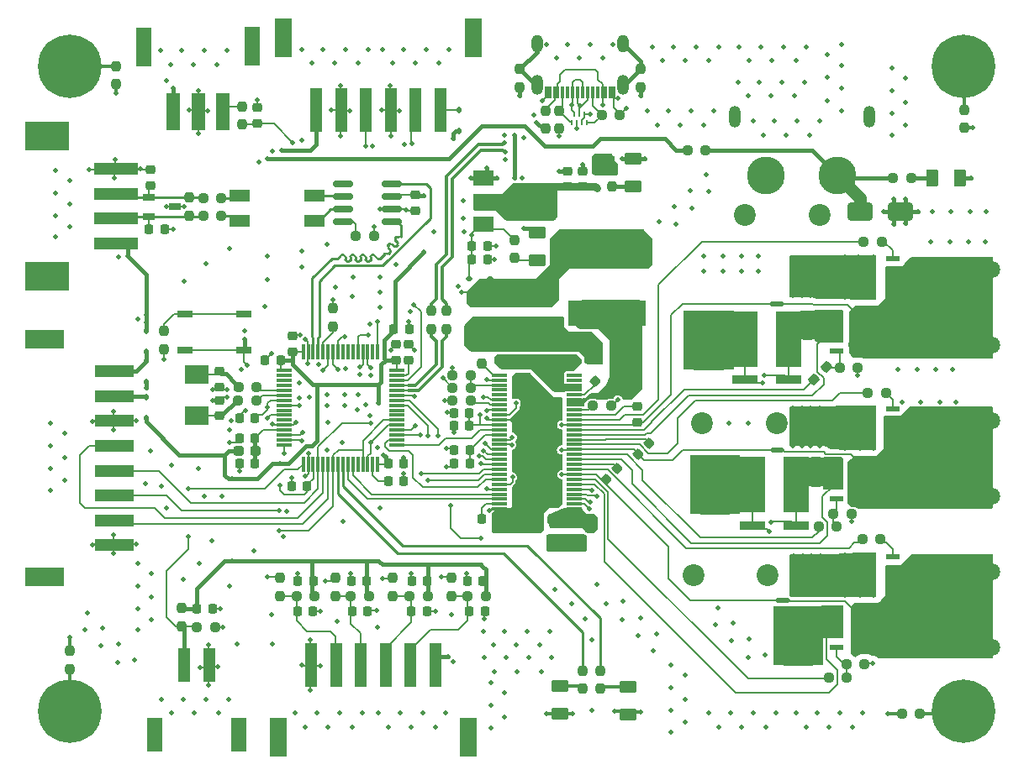
<source format=gtl>
G04 #@! TF.GenerationSoftware,KiCad,Pcbnew,8.0.0*
G04 #@! TF.CreationDate,2024-03-03T14:20:45-08:00*
G04 #@! TF.ProjectId,BLDC_Motor Controller,424c4443-5f4d-46f7-946f-7220436f6e74,rev01_1*
G04 #@! TF.SameCoordinates,Original*
G04 #@! TF.FileFunction,Copper,L1,Top*
G04 #@! TF.FilePolarity,Positive*
%FSLAX46Y46*%
G04 Gerber Fmt 4.6, Leading zero omitted, Abs format (unit mm)*
G04 Created by KiCad (PCBNEW 8.0.0) date 2024-03-03 14:20:45*
%MOMM*%
%LPD*%
G01*
G04 APERTURE LIST*
G04 Aperture macros list*
%AMRoundRect*
0 Rectangle with rounded corners*
0 $1 Rounding radius*
0 $2 $3 $4 $5 $6 $7 $8 $9 X,Y pos of 4 corners*
0 Add a 4 corners polygon primitive as box body*
4,1,4,$2,$3,$4,$5,$6,$7,$8,$9,$2,$3,0*
0 Add four circle primitives for the rounded corners*
1,1,$1+$1,$2,$3*
1,1,$1+$1,$4,$5*
1,1,$1+$1,$6,$7*
1,1,$1+$1,$8,$9*
0 Add four rect primitives between the rounded corners*
20,1,$1+$1,$2,$3,$4,$5,0*
20,1,$1+$1,$4,$5,$6,$7,0*
20,1,$1+$1,$6,$7,$8,$9,0*
20,1,$1+$1,$8,$9,$2,$3,0*%
G04 Aperture macros list end*
G04 #@! TA.AperFunction,EtchedComponent*
%ADD10C,0.000000*%
G04 #@! TD*
G04 #@! TA.AperFunction,SMDPad,CuDef*
%ADD11RoundRect,0.225000X0.017678X-0.335876X0.335876X-0.017678X-0.017678X0.335876X-0.335876X0.017678X0*%
G04 #@! TD*
G04 #@! TA.AperFunction,SMDPad,CuDef*
%ADD12RoundRect,0.237500X-0.250000X-0.237500X0.250000X-0.237500X0.250000X0.237500X-0.250000X0.237500X0*%
G04 #@! TD*
G04 #@! TA.AperFunction,SMDPad,CuDef*
%ADD13RoundRect,0.225000X0.225000X0.250000X-0.225000X0.250000X-0.225000X-0.250000X0.225000X-0.250000X0*%
G04 #@! TD*
G04 #@! TA.AperFunction,SMDPad,CuDef*
%ADD14RoundRect,0.237500X0.250000X0.237500X-0.250000X0.237500X-0.250000X-0.237500X0.250000X-0.237500X0*%
G04 #@! TD*
G04 #@! TA.AperFunction,ComponentPad*
%ADD15C,2.200000*%
G04 #@! TD*
G04 #@! TA.AperFunction,SMDPad,CuDef*
%ADD16RoundRect,0.237500X0.237500X-0.250000X0.237500X0.250000X-0.237500X0.250000X-0.237500X-0.250000X0*%
G04 #@! TD*
G04 #@! TA.AperFunction,SMDPad,CuDef*
%ADD17R,1.397003X0.609601*%
G04 #@! TD*
G04 #@! TA.AperFunction,SMDPad,CuDef*
%ADD18R,3.810008X4.500000*%
G04 #@! TD*
G04 #@! TA.AperFunction,SMDPad,CuDef*
%ADD19RoundRect,0.225000X-0.225000X-0.250000X0.225000X-0.250000X0.225000X0.250000X-0.225000X0.250000X0*%
G04 #@! TD*
G04 #@! TA.AperFunction,SMDPad,CuDef*
%ADD20R,2.000000X1.200000*%
G04 #@! TD*
G04 #@! TA.AperFunction,SMDPad,CuDef*
%ADD21R,2.000000X6.000000*%
G04 #@! TD*
G04 #@! TA.AperFunction,SMDPad,CuDef*
%ADD22RoundRect,0.225000X-0.250000X0.225000X-0.250000X-0.225000X0.250000X-0.225000X0.250000X0.225000X0*%
G04 #@! TD*
G04 #@! TA.AperFunction,SMDPad,CuDef*
%ADD23C,0.500000*%
G04 #@! TD*
G04 #@! TA.AperFunction,SMDPad,CuDef*
%ADD24R,4.500000X1.300000*%
G04 #@! TD*
G04 #@! TA.AperFunction,SMDPad,CuDef*
%ADD25R,4.500000X3.000000*%
G04 #@! TD*
G04 #@! TA.AperFunction,SMDPad,CuDef*
%ADD26R,1.200000X1.200000*%
G04 #@! TD*
G04 #@! TA.AperFunction,SMDPad,CuDef*
%ADD27RoundRect,0.112500X-0.112500X0.187500X-0.112500X-0.187500X0.112500X-0.187500X0.112500X0.187500X0*%
G04 #@! TD*
G04 #@! TA.AperFunction,SMDPad,CuDef*
%ADD28RoundRect,0.250000X0.625000X-0.375000X0.625000X0.375000X-0.625000X0.375000X-0.625000X-0.375000X0*%
G04 #@! TD*
G04 #@! TA.AperFunction,SMDPad,CuDef*
%ADD29R,1.399543X3.800000*%
G04 #@! TD*
G04 #@! TA.AperFunction,SMDPad,CuDef*
%ADD30R,1.600000X4.000000*%
G04 #@! TD*
G04 #@! TA.AperFunction,SMDPad,CuDef*
%ADD31RoundRect,0.225000X0.250000X-0.225000X0.250000X0.225000X-0.250000X0.225000X-0.250000X-0.225000X0*%
G04 #@! TD*
G04 #@! TA.AperFunction,SMDPad,CuDef*
%ADD32R,1.220000X0.650000*%
G04 #@! TD*
G04 #@! TA.AperFunction,SMDPad,CuDef*
%ADD33RoundRect,0.237500X-0.237500X0.250000X-0.237500X-0.250000X0.237500X-0.250000X0.237500X0.250000X0*%
G04 #@! TD*
G04 #@! TA.AperFunction,SMDPad,CuDef*
%ADD34R,2.600000X5.600000*%
G04 #@! TD*
G04 #@! TA.AperFunction,SMDPad,CuDef*
%ADD35R,2.600000X0.900000*%
G04 #@! TD*
G04 #@! TA.AperFunction,SMDPad,CuDef*
%ADD36R,2.400000X1.900000*%
G04 #@! TD*
G04 #@! TA.AperFunction,SMDPad,CuDef*
%ADD37RoundRect,0.250000X-0.625000X0.375000X-0.625000X-0.375000X0.625000X-0.375000X0.625000X0.375000X0*%
G04 #@! TD*
G04 #@! TA.AperFunction,SMDPad,CuDef*
%ADD38RoundRect,0.112500X0.112500X-0.187500X0.112500X0.187500X-0.112500X0.187500X-0.112500X-0.187500X0*%
G04 #@! TD*
G04 #@! TA.AperFunction,SMDPad,CuDef*
%ADD39RoundRect,0.250000X1.000000X0.650000X-1.000000X0.650000X-1.000000X-0.650000X1.000000X-0.650000X0*%
G04 #@! TD*
G04 #@! TA.AperFunction,SMDPad,CuDef*
%ADD40RoundRect,0.250000X0.375000X0.625000X-0.375000X0.625000X-0.375000X-0.625000X0.375000X-0.625000X0*%
G04 #@! TD*
G04 #@! TA.AperFunction,SMDPad,CuDef*
%ADD41R,1.580010X0.800000*%
G04 #@! TD*
G04 #@! TA.AperFunction,SMDPad,CuDef*
%ADD42R,1.550000X0.300000*%
G04 #@! TD*
G04 #@! TA.AperFunction,SMDPad,CuDef*
%ADD43R,3.610000X6.350000*%
G04 #@! TD*
G04 #@! TA.AperFunction,SMDPad,CuDef*
%ADD44RoundRect,0.237500X-0.008839X-0.344715X0.344715X0.008839X0.008839X0.344715X-0.344715X-0.008839X0*%
G04 #@! TD*
G04 #@! TA.AperFunction,SMDPad,CuDef*
%ADD45R,0.500000X3.000000*%
G04 #@! TD*
G04 #@! TA.AperFunction,SMDPad,CuDef*
%ADD46R,0.300000X1.300000*%
G04 #@! TD*
G04 #@! TA.AperFunction,ComponentPad*
%ADD47O,1.200000X2.000000*%
G04 #@! TD*
G04 #@! TA.AperFunction,ComponentPad*
%ADD48O,1.200000X1.800000*%
G04 #@! TD*
G04 #@! TA.AperFunction,ComponentPad*
%ADD49C,0.800000*%
G04 #@! TD*
G04 #@! TA.AperFunction,ComponentPad*
%ADD50C,6.400000*%
G04 #@! TD*
G04 #@! TA.AperFunction,SMDPad,CuDef*
%ADD51R,2.000000X1.500000*%
G04 #@! TD*
G04 #@! TA.AperFunction,SMDPad,CuDef*
%ADD52R,2.000000X3.800000*%
G04 #@! TD*
G04 #@! TA.AperFunction,SMDPad,CuDef*
%ADD53RoundRect,0.075000X-0.700000X-0.075000X0.700000X-0.075000X0.700000X0.075000X-0.700000X0.075000X0*%
G04 #@! TD*
G04 #@! TA.AperFunction,SMDPad,CuDef*
%ADD54RoundRect,0.075000X-0.075000X-0.700000X0.075000X-0.700000X0.075000X0.700000X-0.075000X0.700000X0*%
G04 #@! TD*
G04 #@! TA.AperFunction,SMDPad,CuDef*
%ADD55R,7.800025X2.600000*%
G04 #@! TD*
G04 #@! TA.AperFunction,SMDPad,CuDef*
%ADD56RoundRect,0.150000X0.825000X0.150000X-0.825000X0.150000X-0.825000X-0.150000X0.825000X-0.150000X0*%
G04 #@! TD*
G04 #@! TA.AperFunction,SMDPad,CuDef*
%ADD57RoundRect,0.250000X0.650000X-0.325000X0.650000X0.325000X-0.650000X0.325000X-0.650000X-0.325000X0*%
G04 #@! TD*
G04 #@! TA.AperFunction,SMDPad,CuDef*
%ADD58R,0.250013X0.529997*%
G04 #@! TD*
G04 #@! TA.AperFunction,ComponentPad*
%ADD59C,1.800000*%
G04 #@! TD*
G04 #@! TA.AperFunction,SMDPad,CuDef*
%ADD60R,1.300000X4.500000*%
G04 #@! TD*
G04 #@! TA.AperFunction,SMDPad,CuDef*
%ADD61R,1.800000X3.900000*%
G04 #@! TD*
G04 #@! TA.AperFunction,SMDPad,CuDef*
%ADD62RoundRect,0.225000X-0.335876X-0.017678X-0.017678X-0.335876X0.335876X0.017678X0.017678X0.335876X0*%
G04 #@! TD*
G04 #@! TA.AperFunction,SMDPad,CuDef*
%ADD63RoundRect,0.237500X0.287500X0.237500X-0.287500X0.237500X-0.287500X-0.237500X0.287500X-0.237500X0*%
G04 #@! TD*
G04 #@! TA.AperFunction,SMDPad,CuDef*
%ADD64R,1.200000X3.500000*%
G04 #@! TD*
G04 #@! TA.AperFunction,SMDPad,CuDef*
%ADD65R,1.500000X3.400000*%
G04 #@! TD*
G04 #@! TA.AperFunction,SMDPad,CuDef*
%ADD66C,0.200000*%
G04 #@! TD*
G04 #@! TA.AperFunction,SMDPad,CuDef*
%ADD67RoundRect,0.112500X-0.187500X-0.112500X0.187500X-0.112500X0.187500X0.112500X-0.187500X0.112500X0*%
G04 #@! TD*
G04 #@! TA.AperFunction,SMDPad,CuDef*
%ADD68R,4.000000X1.300000*%
G04 #@! TD*
G04 #@! TA.AperFunction,SMDPad,CuDef*
%ADD69R,4.000000X1.900000*%
G04 #@! TD*
G04 #@! TA.AperFunction,ComponentPad*
%ADD70C,3.800000*%
G04 #@! TD*
G04 #@! TA.AperFunction,ComponentPad*
%ADD71O,1.200000X2.200000*%
G04 #@! TD*
G04 #@! TA.AperFunction,ViaPad*
%ADD72C,0.508000*%
G04 #@! TD*
G04 #@! TA.AperFunction,Conductor*
%ADD73C,0.381000*%
G04 #@! TD*
G04 #@! TA.AperFunction,Conductor*
%ADD74C,0.203200*%
G04 #@! TD*
G04 #@! TA.AperFunction,Conductor*
%ADD75C,0.304800*%
G04 #@! TD*
G04 #@! TA.AperFunction,Conductor*
%ADD76C,1.270000*%
G04 #@! TD*
G04 #@! TA.AperFunction,Conductor*
%ADD77C,0.228600*%
G04 #@! TD*
G04 #@! TA.AperFunction,Conductor*
%ADD78C,0.254000*%
G04 #@! TD*
G04 #@! TA.AperFunction,Conductor*
%ADD79C,0.762000*%
G04 #@! TD*
G04 APERTURE END LIST*
D10*
G04 #@! TA.AperFunction,EtchedComponent*
G36*
X231201447Y-134845497D02*
G01*
X228201447Y-134845497D01*
X228201447Y-128845497D01*
X231201447Y-128845497D01*
X231201447Y-134845497D01*
G37*
G04 #@! TD.AperFunction*
G04 #@! TA.AperFunction,EtchedComponent*
G36*
X237092999Y-128393000D02*
G01*
X236092999Y-128393000D01*
X236092999Y-127893000D01*
X237092999Y-127893000D01*
X237092999Y-128393000D01*
G37*
G04 #@! TD.AperFunction*
G04 #@! TA.AperFunction,EtchedComponent*
G36*
X237666219Y-158274285D02*
G01*
X236666219Y-158274285D01*
X236666219Y-157774285D01*
X237666219Y-157774285D01*
X237666219Y-158274285D01*
G37*
G04 #@! TD.AperFunction*
G04 #@! TA.AperFunction,EtchedComponent*
G36*
X241005000Y-146617000D02*
G01*
X240005000Y-146617000D01*
X240005000Y-143617000D01*
X241005000Y-143617000D01*
X241005000Y-146617000D01*
G37*
G04 #@! TD.AperFunction*
G04 #@! TA.AperFunction,EtchedComponent*
G36*
X240219000Y-164627000D02*
G01*
X237219000Y-164627000D01*
X237219000Y-158627000D01*
X240219000Y-158627000D01*
X240219000Y-164627000D01*
G37*
G04 #@! TD.AperFunction*
G04 #@! TA.AperFunction,EtchedComponent*
G36*
X237101000Y-143125000D02*
G01*
X236101000Y-143125000D01*
X236101000Y-142625000D01*
X237101000Y-142625000D01*
X237101000Y-143125000D01*
G37*
G04 #@! TD.AperFunction*
G04 #@! TA.AperFunction,EtchedComponent*
G36*
X231830349Y-149409467D02*
G01*
X228830349Y-149409467D01*
X228830349Y-143409467D01*
X231830349Y-143409467D01*
X231830349Y-149409467D01*
G37*
G04 #@! TD.AperFunction*
G04 #@! TA.AperFunction,EtchedComponent*
G36*
X240149000Y-131823447D02*
G01*
X239149000Y-131823447D01*
X239149000Y-128823447D01*
X240149000Y-128823447D01*
X240149000Y-131823447D01*
G37*
G04 #@! TD.AperFunction*
G04 #@! TA.AperFunction,EtchedComponent*
G36*
X206767856Y-139950023D02*
G01*
X206566923Y-139950023D01*
X206566923Y-139350023D01*
X206767856Y-139350023D01*
X206767856Y-139950023D01*
G37*
G04 #@! TD.AperFunction*
D11*
X219415992Y-145836008D03*
X220512008Y-144739992D03*
D12*
X241784500Y-165862000D03*
X243609500Y-165862000D03*
D11*
X222590992Y-143296008D03*
X223687008Y-142199992D03*
D13*
X201327979Y-156116195D03*
X199777979Y-156116195D03*
X189243000Y-146558000D03*
X187693000Y-146558000D03*
D14*
X244076500Y-149308000D03*
X242251500Y-149308000D03*
D12*
X218924500Y-109093000D03*
X220749500Y-109093000D03*
D14*
X205722500Y-136608000D03*
X203897500Y-136608000D03*
D15*
X236552172Y-140221411D03*
X229052299Y-140221411D03*
D16*
X222855491Y-106322500D03*
X222855491Y-104497500D03*
D17*
X242605189Y-129114971D03*
X242605189Y-130384973D03*
X242605189Y-131654976D03*
X242605189Y-132924978D03*
X248244000Y-132924978D03*
X248244000Y-131654976D03*
X248244000Y-130384973D03*
X248244000Y-129114971D03*
D18*
X246135796Y-131019975D03*
D19*
X199758000Y-159131000D03*
X201308000Y-159131000D03*
D20*
X182499000Y-117220994D03*
X182499000Y-119761000D03*
X189999128Y-119761000D03*
X189999128Y-117220994D03*
D21*
X228201447Y-131845497D03*
X231201447Y-131845497D03*
D22*
X209128000Y-132277000D03*
X209128000Y-133827000D03*
D23*
X236092999Y-128143000D03*
X237092999Y-128143000D03*
D24*
X170040000Y-114569987D03*
X170040000Y-117069987D03*
X170040000Y-119570013D03*
X170040000Y-122070013D03*
D25*
X163040000Y-125420076D03*
X163040000Y-111219924D03*
D26*
X221196000Y-132883432D03*
X218396000Y-132883432D03*
D27*
X173101000Y-130903000D03*
X173101000Y-133003000D03*
D28*
X214716000Y-169504000D03*
X214716000Y-166704000D03*
D16*
X255459543Y-110417337D03*
X255459543Y-108592337D03*
D29*
X175778038Y-108785611D03*
X178277911Y-108785103D03*
X180778038Y-108785103D03*
D30*
X183728000Y-102219190D03*
X172828076Y-102228588D03*
D31*
X216535000Y-151905000D03*
X216535000Y-150355000D03*
D23*
X236666219Y-158024285D03*
X237666219Y-158024285D03*
D12*
X178792500Y-117475000D03*
X180617500Y-117475000D03*
D32*
X173355000Y-117430676D03*
X173355000Y-119330676D03*
X175975000Y-118380676D03*
D22*
X214623012Y-132277000D03*
X214623012Y-133827000D03*
D16*
X203813072Y-157630500D03*
X203813072Y-155805500D03*
D13*
X206928038Y-156116195D03*
X205378038Y-156116195D03*
D33*
X213282794Y-108688500D03*
X213282794Y-110513500D03*
D19*
X204076000Y-144272000D03*
X205626000Y-144272000D03*
D34*
X234119972Y-146389567D03*
D35*
X234119972Y-150483547D03*
D34*
X238519768Y-146389567D03*
D35*
X238519768Y-150483547D03*
D14*
X207241523Y-157607000D03*
X205416523Y-157607000D03*
D36*
X178139797Y-139420051D03*
X178139797Y-135319975D03*
D14*
X229385500Y-112649000D03*
X227560500Y-112649000D03*
X195984500Y-121285000D03*
X194159500Y-121285000D03*
D12*
X245172500Y-151892000D03*
X246997500Y-151892000D03*
D14*
X245387500Y-164465000D03*
X243562500Y-164465000D03*
D19*
X188315000Y-159131000D03*
X189865000Y-159131000D03*
D16*
X174879000Y-132738500D03*
X174879000Y-130913500D03*
D37*
X212430000Y-120984000D03*
X212430000Y-123784000D03*
D16*
X201803000Y-130706500D03*
X201803000Y-128881500D03*
D38*
X173060000Y-139690000D03*
X173060000Y-137590000D03*
D13*
X183995000Y-141732000D03*
X182445000Y-141732000D03*
D17*
X248244000Y-142577029D03*
X248244000Y-141307027D03*
X248244000Y-140037024D03*
X248244000Y-138767022D03*
X242605189Y-138767022D03*
X242605189Y-140037024D03*
X242605189Y-141307027D03*
X242605189Y-142577029D03*
D18*
X244713393Y-140672025D03*
D12*
X248261500Y-115443000D03*
X250086500Y-115443000D03*
D16*
X218780000Y-166984500D03*
X218780000Y-165159500D03*
D39*
X248974000Y-118872000D03*
X244974000Y-118872000D03*
D40*
X255019000Y-115443000D03*
X252219000Y-115443000D03*
D12*
X240768500Y-150622000D03*
X242593500Y-150622000D03*
X182307500Y-137878000D03*
X184132500Y-137878000D03*
D33*
X191897000Y-128627500D03*
X191897000Y-130452500D03*
D41*
X176918000Y-129170114D03*
X182918000Y-129170114D03*
X176918000Y-132869886D03*
X182918000Y-132869886D03*
D12*
X245299500Y-121876000D03*
X247124500Y-121876000D03*
D22*
X180467000Y-134988000D03*
X180467000Y-136538000D03*
D42*
X208665857Y-135350104D03*
X208665857Y-135850104D03*
X208665857Y-136350104D03*
X208665857Y-136850104D03*
X208665857Y-137350104D03*
X208665857Y-137850104D03*
X208665857Y-138350104D03*
X208665857Y-138850104D03*
X208665857Y-139350104D03*
X208665857Y-139850104D03*
X208665857Y-140350104D03*
X208665857Y-140850104D03*
X208665857Y-141350104D03*
X208665857Y-141850104D03*
X208665857Y-142350104D03*
X208665857Y-142850104D03*
X208665857Y-143350104D03*
X208665857Y-143850104D03*
X208665857Y-144350104D03*
X208665857Y-144850104D03*
X208665857Y-145350104D03*
X208665857Y-145850104D03*
X208665857Y-146350104D03*
X208665857Y-146850104D03*
X208665857Y-147350104D03*
X208665857Y-147850104D03*
X208665857Y-148350104D03*
X208665857Y-148850104D03*
X216165857Y-148850104D03*
X216165857Y-148350104D03*
X216165857Y-147850104D03*
X216165857Y-147350104D03*
X216165857Y-146850104D03*
X216165857Y-146350104D03*
X216165857Y-145850104D03*
X216165857Y-145350104D03*
X216165857Y-144850104D03*
X216165857Y-144350104D03*
X216165857Y-143850104D03*
X216165857Y-143350104D03*
X216165857Y-142850104D03*
X216165857Y-142350104D03*
X216165857Y-141850104D03*
X216165857Y-141350104D03*
X216165857Y-140850104D03*
X216165857Y-140350104D03*
X216165857Y-139850104D03*
X216165857Y-139350104D03*
X216165857Y-138850104D03*
X216165857Y-138350104D03*
X216165857Y-137850104D03*
X216165857Y-137350104D03*
X216165857Y-136850104D03*
X216165857Y-136350104D03*
X216165857Y-135850104D03*
X216165857Y-135350104D03*
D43*
X212415857Y-142100104D03*
D31*
X215315876Y-151905000D03*
X215315876Y-150355000D03*
D44*
X240273765Y-135773235D03*
X241564235Y-134482765D03*
D16*
X192097336Y-157630500D03*
X192097336Y-155805500D03*
D17*
X248244000Y-127381266D03*
X248244000Y-126111264D03*
X248244000Y-124841261D03*
X248244000Y-123571259D03*
X242605189Y-123571259D03*
X242605189Y-124841261D03*
X242605189Y-126111264D03*
X242605189Y-127381266D03*
D18*
X244713393Y-125476262D03*
D45*
X240005000Y-145117000D03*
X241005000Y-145117000D03*
D19*
X204035000Y-139148000D03*
X205585000Y-139148000D03*
X173342000Y-120650000D03*
X174892000Y-120650000D03*
D12*
X203897500Y-137878000D03*
X205722500Y-137878000D03*
D16*
X210687440Y-106322500D03*
X210687440Y-104497500D03*
D17*
X242605189Y-158960000D03*
X242605189Y-160230002D03*
X242605189Y-161500005D03*
X242605189Y-162770007D03*
X248244000Y-162770007D03*
X248244000Y-161500005D03*
X248244000Y-160230002D03*
X248244000Y-158960000D03*
D18*
X246135796Y-160865004D03*
D21*
X237219000Y-161627000D03*
X240219000Y-161627000D03*
D46*
X220099029Y-106864100D03*
X219298927Y-106864100D03*
X217998953Y-106864100D03*
X216998953Y-106864100D03*
X216499080Y-106864100D03*
X215499334Y-106864100D03*
X214198851Y-106864100D03*
X213399003Y-106864100D03*
X213698978Y-106864100D03*
X214499080Y-106864100D03*
X214998953Y-106864100D03*
X215998953Y-106864100D03*
X217499080Y-106864100D03*
X218499080Y-106864100D03*
X218998953Y-106864100D03*
X219799054Y-106864100D03*
D47*
X221074137Y-106095748D03*
D48*
X221074137Y-101895850D03*
D47*
X212423895Y-106095748D03*
D48*
X212423895Y-101895850D03*
D31*
X214118269Y-151905000D03*
X214118269Y-150355000D03*
X215519000Y-116345000D03*
X215519000Y-114795000D03*
D16*
X203327000Y-130706500D03*
X203327000Y-128881500D03*
D13*
X195235500Y-156116195D03*
X193685500Y-156116195D03*
D31*
X217013000Y-116332000D03*
X217013000Y-114782000D03*
D49*
X162960000Y-104200000D03*
X163662944Y-102502944D03*
X163662944Y-105897056D03*
X165360000Y-101800000D03*
D50*
X165360000Y-104200000D03*
D49*
X165360000Y-106600000D03*
X167057056Y-102502944D03*
X167057056Y-105897056D03*
X167760000Y-104200000D03*
D31*
X173482000Y-116218000D03*
X173482000Y-114668000D03*
D49*
X162960000Y-169200000D03*
X163662944Y-167502944D03*
X163662944Y-170897056D03*
X165360000Y-166800000D03*
D50*
X165360000Y-169200000D03*
D49*
X165360000Y-171600000D03*
X167057056Y-167502944D03*
X167057056Y-170897056D03*
X167760000Y-169200000D03*
D33*
X176657000Y-158853500D03*
X176657000Y-160678500D03*
D17*
X248244000Y-157436000D03*
X248244000Y-156165998D03*
X248244000Y-154895995D03*
X248244000Y-153625993D03*
X242605189Y-153625993D03*
X242605189Y-154895995D03*
X242605189Y-156165998D03*
X242605189Y-157436000D03*
D18*
X244713393Y-155530996D03*
D33*
X210144000Y-121725500D03*
X210144000Y-123550500D03*
D12*
X218035500Y-138430000D03*
X219860500Y-138430000D03*
D51*
X206994000Y-115512000D03*
X206994000Y-117812000D03*
D52*
X213294000Y-117812000D03*
D51*
X206994000Y-120112000D03*
D13*
X183995000Y-139656000D03*
X182445000Y-139656000D03*
D12*
X182348500Y-136525000D03*
X184173500Y-136525000D03*
D28*
X221574000Y-169548000D03*
X221574000Y-166748000D03*
D53*
X186943000Y-134890000D03*
X186943000Y-135390000D03*
X186943000Y-135890000D03*
X186943000Y-136390000D03*
X186943000Y-136890000D03*
X186943000Y-137390000D03*
X186943000Y-137890000D03*
X186943000Y-138390000D03*
X186943000Y-138890000D03*
X186943000Y-139390000D03*
X186943000Y-139890000D03*
X186943000Y-140390000D03*
X186943000Y-140890000D03*
X186943000Y-141390000D03*
X186943000Y-141890000D03*
X186943000Y-142390000D03*
D54*
X188868000Y-144315000D03*
X189368000Y-144315000D03*
X189868000Y-144315000D03*
X190368000Y-144315000D03*
X190868000Y-144315000D03*
X191368000Y-144315000D03*
X191868000Y-144315000D03*
X192368000Y-144315000D03*
X192868000Y-144315000D03*
X193368000Y-144315000D03*
X193868000Y-144315000D03*
X194368000Y-144315000D03*
X194868000Y-144315000D03*
X195368000Y-144315000D03*
X195868000Y-144315000D03*
X196368000Y-144315000D03*
D53*
X198293000Y-142390000D03*
X198293000Y-141890000D03*
X198293000Y-141390000D03*
X198293000Y-140890000D03*
X198293000Y-140390000D03*
X198293000Y-139890000D03*
X198293000Y-139390000D03*
X198293000Y-138890000D03*
X198293000Y-138390000D03*
X198293000Y-137890000D03*
X198293000Y-137390000D03*
X198293000Y-136890000D03*
X198293000Y-136390000D03*
X198293000Y-135890000D03*
X198293000Y-135390000D03*
X198293000Y-134890000D03*
D54*
X196368000Y-132965000D03*
X195868000Y-132965000D03*
X195368000Y-132965000D03*
X194868000Y-132965000D03*
X194368000Y-132965000D03*
X193868000Y-132965000D03*
X193368000Y-132965000D03*
X192868000Y-132965000D03*
X192368000Y-132965000D03*
X191868000Y-132965000D03*
X191368000Y-132965000D03*
X190868000Y-132965000D03*
X190368000Y-132965000D03*
X189868000Y-132965000D03*
X189368000Y-132965000D03*
X188868000Y-132965000D03*
D33*
X214630000Y-108688500D03*
X214630000Y-110513500D03*
D12*
X249150500Y-169531337D03*
X250975500Y-169531337D03*
D55*
X219439898Y-129139898D03*
X219439898Y-122740102D03*
D22*
X200152000Y-117208000D03*
X200152000Y-118758000D03*
D31*
X187833000Y-132982000D03*
X187833000Y-131432000D03*
D19*
X197980000Y-130683000D03*
X199530000Y-130683000D03*
D13*
X189878000Y-156083000D03*
X188328000Y-156083000D03*
D31*
X198206000Y-133827000D03*
X198206000Y-132277000D03*
X199476000Y-133827000D03*
X199476000Y-132277000D03*
D16*
X197847576Y-157630500D03*
X197847576Y-155805500D03*
D22*
X213249259Y-132277000D03*
X213249259Y-133827000D03*
D56*
X197801000Y-119888000D03*
X197801000Y-118618000D03*
X197801000Y-117348000D03*
X197801000Y-116078000D03*
X192851000Y-116078000D03*
X192851000Y-117348000D03*
X192851000Y-118618000D03*
X192851000Y-119888000D03*
D33*
X206842000Y-132393500D03*
X206842000Y-134218500D03*
D27*
X218440000Y-114393000D03*
X218440000Y-116493000D03*
D12*
X178792500Y-119253000D03*
X180617500Y-119253000D03*
D33*
X177419000Y-117451500D03*
X177419000Y-119276500D03*
D14*
X244711500Y-134576000D03*
X242886500Y-134576000D03*
D38*
X173101000Y-136051000D03*
X173101000Y-133951000D03*
D49*
X252960000Y-169200000D03*
X253662944Y-167502944D03*
X253662944Y-170897056D03*
X255360000Y-166800000D03*
D50*
X255360000Y-169200000D03*
D49*
X255360000Y-171600000D03*
X257057056Y-167502944D03*
X257057056Y-170897056D03*
X257760000Y-169200000D03*
D31*
X180467000Y-139466684D03*
X180467000Y-137916684D03*
D33*
X182712000Y-108263500D03*
X182712000Y-110088500D03*
X219964000Y-114530500D03*
X219964000Y-116355500D03*
D34*
X233344102Y-131703487D03*
D35*
X233344102Y-135797467D03*
D34*
X237743898Y-131703487D03*
D35*
X237743898Y-135797467D03*
D57*
X211668000Y-130463000D03*
X211668000Y-127513000D03*
D12*
X178157500Y-160782000D03*
X179982500Y-160782000D03*
D14*
X190015500Y-157607000D03*
X188190500Y-157607000D03*
D23*
X236101000Y-142875000D03*
X237101000Y-142875000D03*
D13*
X183995000Y-144272000D03*
X182445000Y-144272000D03*
D58*
X215911936Y-109924089D03*
X216412064Y-109924089D03*
X216911936Y-109924089D03*
X217412064Y-109924089D03*
X217162127Y-109024064D03*
X216662000Y-109024064D03*
X216162127Y-109024064D03*
D59*
X250530000Y-155150000D03*
X250530000Y-162770000D03*
X253070000Y-155150000D03*
X253070000Y-162770000D03*
X255610000Y-155150000D03*
X255610000Y-162770000D03*
X258150000Y-155150000D03*
X258150000Y-162770000D03*
D33*
X165354000Y-163171500D03*
X165354000Y-164996500D03*
D19*
X204076000Y-142875000D03*
X205626000Y-142875000D03*
X193789000Y-159131000D03*
X195339000Y-159131000D03*
D60*
X189674978Y-164560005D03*
X192174978Y-164560005D03*
X194675004Y-164560005D03*
X197175004Y-164560005D03*
X199675004Y-164560005D03*
X202175004Y-164560005D03*
D61*
X205474877Y-171860107D03*
X186375055Y-171860107D03*
D19*
X204035000Y-140418000D03*
X205585000Y-140418000D03*
D57*
X209158000Y-130463000D03*
X209158000Y-127513000D03*
D49*
X252960000Y-104200000D03*
X253662944Y-102502944D03*
X253662944Y-105897056D03*
X255360000Y-101800000D03*
D50*
X255360000Y-104200000D03*
D49*
X255360000Y-106600000D03*
X257057056Y-102502944D03*
X257057056Y-105897056D03*
X257760000Y-104200000D03*
D22*
X215996765Y-132277000D03*
X215996765Y-133827000D03*
D37*
X222123000Y-113535000D03*
X222123000Y-116335000D03*
D13*
X208420000Y-149816000D03*
X206870000Y-149816000D03*
D21*
X228830349Y-146409467D03*
X231830349Y-146409467D03*
D13*
X186576000Y-133858000D03*
X185026000Y-133858000D03*
D62*
X218272992Y-135976992D03*
X219369008Y-137073008D03*
D14*
X201431524Y-157607000D03*
X199606524Y-157607000D03*
D45*
X239149000Y-130323447D03*
X240149000Y-130323447D03*
D22*
X210501753Y-132277000D03*
X210501753Y-133827000D03*
D38*
X204556000Y-110734000D03*
X204556000Y-108634000D03*
D63*
X184095000Y-143002000D03*
X182345000Y-143002000D03*
D64*
X176890013Y-164588504D03*
X179389886Y-164588504D03*
D65*
X182340102Y-171638542D03*
X173940051Y-171638542D03*
D16*
X186550000Y-157630500D03*
X186550000Y-155805500D03*
D66*
X206666923Y-139350259D03*
X206667718Y-139950259D03*
D31*
X222504000Y-140094000D03*
X222504000Y-138544000D03*
D16*
X217002000Y-166984500D03*
X217002000Y-165159500D03*
D19*
X205854000Y-123698000D03*
X207404000Y-123698000D03*
D57*
X206648000Y-130463000D03*
X206648000Y-127513000D03*
D16*
X170012000Y-106024500D03*
X170012000Y-104199500D03*
D14*
X195489500Y-157607000D03*
X193664500Y-157607000D03*
D59*
X258150000Y-132290000D03*
X258150000Y-124670000D03*
X255610000Y-132290000D03*
X255610000Y-124670000D03*
X253070000Y-132290000D03*
X253070000Y-124670000D03*
X250530000Y-132290000D03*
X250530000Y-124670000D03*
D12*
X245721500Y-137160000D03*
X247546500Y-137160000D03*
D19*
X197431000Y-146006000D03*
X198981000Y-146006000D03*
X197417042Y-144272000D03*
X198967042Y-144272000D03*
D67*
X205579000Y-125603000D03*
X207679000Y-125603000D03*
D22*
X211875506Y-132277000D03*
X211875506Y-133827000D03*
D31*
X184236000Y-109951000D03*
X184236000Y-108401000D03*
D17*
X242605189Y-143974000D03*
X242605189Y-145244002D03*
X242605189Y-146514005D03*
X242605189Y-147784007D03*
X248244000Y-147784007D03*
X248244000Y-146514005D03*
X248244000Y-145244002D03*
X248244000Y-143974000D03*
D18*
X246135796Y-145879004D03*
D19*
X178168000Y-158877000D03*
X179718000Y-158877000D03*
D68*
X169840025Y-134980325D03*
X169840025Y-137480452D03*
X169840025Y-139980325D03*
X169840025Y-142480452D03*
X169840025Y-144980325D03*
X169840025Y-147480452D03*
X169840025Y-149980325D03*
X169840025Y-152480452D03*
D69*
X162840025Y-155730389D03*
X162840025Y-131730389D03*
D12*
X203897500Y-135338000D03*
X205722500Y-135338000D03*
D19*
X205854000Y-122301000D03*
X207404000Y-122301000D03*
D70*
X235500152Y-115260292D03*
X242700051Y-115260292D03*
D71*
X245850165Y-109260292D03*
X232350038Y-109260292D03*
D59*
X250530000Y-139910000D03*
X250530000Y-147530000D03*
X253070000Y-139910000D03*
X253070000Y-147530000D03*
X255610000Y-139910000D03*
X255610000Y-147530000D03*
X258150000Y-139910000D03*
X258150000Y-147530000D03*
D60*
X202673022Y-108655995D03*
X200173022Y-108655995D03*
X197672996Y-108655995D03*
X195172996Y-108655995D03*
X192672996Y-108655995D03*
X190172996Y-108655995D03*
D61*
X186873123Y-101355893D03*
X205972945Y-101355893D03*
D19*
X205600000Y-159131000D03*
X207150000Y-159131000D03*
D15*
X235663172Y-155561589D03*
X228163299Y-155561589D03*
X240870172Y-119239589D03*
X233370299Y-119239589D03*
D72*
X206883000Y-154559000D03*
X218948000Y-113411000D03*
X186563000Y-146431000D03*
X203708000Y-148463000D03*
X196977000Y-143383000D03*
X181737000Y-154051000D03*
X207318593Y-146758325D03*
X203962000Y-111506000D03*
X206756000Y-151765000D03*
X186563000Y-144272000D03*
X201041003Y-122936003D03*
X201041000Y-117221000D03*
X210312000Y-138176000D03*
X218313000Y-113411000D03*
X219710000Y-113411000D03*
X181737000Y-145796000D03*
X196469000Y-138176000D03*
X214122000Y-131445000D03*
X176657000Y-102616000D03*
X179324000Y-162560000D03*
X212598000Y-131445000D03*
X203200000Y-169418000D03*
X229108000Y-143764000D03*
X252095000Y-121920000D03*
X234188000Y-169418000D03*
X210312000Y-131445000D03*
X195453000Y-102489000D03*
X172212000Y-156591000D03*
X249555000Y-105410000D03*
X209914064Y-139852725D03*
X214249000Y-156972000D03*
X163449000Y-140208000D03*
X200152000Y-103886000D03*
X185784875Y-140253281D03*
X234188000Y-109728000D03*
X188171999Y-140081000D03*
X211709000Y-147955000D03*
X212979000Y-107696000D03*
X189611000Y-167132000D03*
X244696402Y-135393216D03*
X193167000Y-102489000D03*
X207772000Y-166370000D03*
X227330000Y-103632000D03*
X175767996Y-120650000D03*
X208153000Y-123698000D03*
X209168999Y-149606000D03*
X233045000Y-170815000D03*
X231140000Y-124841000D03*
X178308000Y-106680000D03*
X190246000Y-169418000D03*
X222885000Y-169291000D03*
X207137000Y-163830000D03*
X209169000Y-161163000D03*
X180340000Y-169418000D03*
X207137000Y-159893000D03*
X169770650Y-151489481D03*
X199057043Y-112051571D03*
X241681000Y-102997000D03*
X257683000Y-118872000D03*
X229108000Y-146939000D03*
X167640000Y-152451446D03*
X213868000Y-163830000D03*
X236601000Y-160274000D03*
X199517000Y-129921000D03*
X232664000Y-105791000D03*
X220980000Y-113538000D03*
X204026407Y-141124505D03*
X170307000Y-123444000D03*
X178308000Y-110998000D03*
X237109000Y-105791000D03*
X213868000Y-137922000D03*
X172085000Y-139954000D03*
X214643003Y-114794997D03*
X229743000Y-103632000D03*
X239522000Y-170815000D03*
X239395000Y-105791000D03*
X197621550Y-106129182D03*
X256159000Y-115443000D03*
X191897000Y-127762000D03*
X252222000Y-118872000D03*
X215773000Y-152908000D03*
X229108000Y-146304000D03*
X225044000Y-103632000D03*
X195199000Y-138303000D03*
X194573702Y-135323572D03*
X196363003Y-142679413D03*
X210820000Y-144145000D03*
X237490000Y-164084000D03*
X192659000Y-111252000D03*
X243078000Y-108712000D03*
X181428163Y-140900248D03*
X213360000Y-131445000D03*
X226240700Y-118366644D03*
X248158000Y-106680000D03*
X231973751Y-162123751D03*
X189369053Y-143256000D03*
X224536000Y-110109000D03*
X220599000Y-107442000D03*
X237490000Y-160274000D03*
X213868000Y-152908000D03*
X248350686Y-120123624D03*
X165354000Y-118110000D03*
X188722000Y-122809000D03*
X250825000Y-118872000D03*
X169737462Y-140893624D03*
X182463525Y-145008721D03*
X237236000Y-102235000D03*
X255905000Y-121920000D03*
X170012000Y-106934000D03*
X222813249Y-159821249D03*
X168653356Y-160835700D03*
X195580000Y-130175000D03*
X199009000Y-102489000D03*
X196596000Y-148717000D03*
X222849421Y-107198554D03*
X214503000Y-152908000D03*
X254254000Y-134747000D03*
X174879000Y-133731000D03*
X168473751Y-162631751D03*
X199771000Y-170815000D03*
X181482998Y-142112996D03*
X248158000Y-104394000D03*
X178308000Y-144780000D03*
X229108000Y-145034000D03*
X181610000Y-139954000D03*
X177368376Y-108650461D03*
X177800000Y-104013000D03*
X185293000Y-125730000D03*
X227670000Y-131274000D03*
X249555000Y-107823000D03*
X175641000Y-144399000D03*
X254127000Y-118872000D03*
X213296500Y-139065000D03*
X170180000Y-164338000D03*
X218440000Y-156464000D03*
X212725000Y-162560000D03*
X176911000Y-125857000D03*
X220091000Y-101981000D03*
X233769803Y-161944146D03*
X189362711Y-134207093D03*
X208280000Y-122301000D03*
X181483000Y-122555000D03*
X207352184Y-114477969D03*
X188585299Y-131300237D03*
X189103000Y-170815000D03*
X221107000Y-158115000D03*
X233680000Y-107188000D03*
X220555637Y-137838830D03*
X217170000Y-131445000D03*
X236601000Y-162814000D03*
X246244371Y-164424330D03*
X215900000Y-158369000D03*
X185685395Y-133186484D03*
X229108000Y-145669000D03*
X211074000Y-131445000D03*
X191262000Y-137287000D03*
X188722000Y-124460000D03*
X197729479Y-132847052D03*
X254000000Y-121920000D03*
X249555000Y-110109000D03*
X213868000Y-130429000D03*
X205740000Y-131445000D03*
X188459844Y-137631585D03*
X214884000Y-131445000D03*
X238506000Y-103632000D03*
X212090000Y-138049000D03*
X203581000Y-102489000D03*
X228036751Y-118546249D03*
X227670000Y-130004000D03*
X198247000Y-124206000D03*
X229108000Y-148844000D03*
X203897500Y-134581683D03*
X178943000Y-102616000D03*
X198628000Y-169418000D03*
X237490000Y-162179000D03*
X228219000Y-147574000D03*
X241808000Y-170815000D03*
X203835000Y-159512000D03*
X227330000Y-165608000D03*
X172466000Y-114554000D03*
X214249000Y-148336000D03*
X192278000Y-160147000D03*
X243078000Y-104140000D03*
X237490000Y-159004000D03*
X229108000Y-147574000D03*
X193040000Y-137287000D03*
X208153000Y-165227000D03*
X214630000Y-111252000D03*
X173609000Y-160020000D03*
X197485000Y-170815000D03*
X229108000Y-148209000D03*
X249555000Y-120071035D03*
X174625000Y-168021000D03*
X216027000Y-169504000D03*
X227330000Y-170307000D03*
X214122000Y-139065000D03*
X193103061Y-134711282D03*
X165354000Y-115697000D03*
X228473000Y-102235000D03*
X172974000Y-146304000D03*
X183017563Y-138937239D03*
X218059000Y-131699000D03*
X232791000Y-102235000D03*
X228559000Y-132544000D03*
X179070000Y-168021000D03*
X229235000Y-124841000D03*
X220265235Y-169249892D03*
X213407235Y-169462892D03*
X227670000Y-133814000D03*
X224714057Y-119893287D03*
X204978000Y-119507000D03*
X178518536Y-164794163D03*
X212852000Y-165227000D03*
X193929000Y-125476000D03*
X254635000Y-138049000D03*
X196596000Y-118618000D03*
X203142826Y-137882483D03*
X244221000Y-170815000D03*
X179070000Y-124079000D03*
X219400751Y-158384408D03*
X175133000Y-105664000D03*
X237490000Y-160909000D03*
X208788000Y-131445000D03*
X173101000Y-136652000D03*
X203327001Y-142748000D03*
X192913000Y-150114000D03*
X200914000Y-169418000D03*
X237490000Y-161544000D03*
X231140000Y-123317000D03*
X165354000Y-120396000D03*
X173609000Y-155321000D03*
X229108000Y-144399000D03*
X228559000Y-134449000D03*
X210693000Y-107188000D03*
X228219000Y-146304000D03*
X231902000Y-169418000D03*
X209677000Y-151003000D03*
X228219000Y-144399000D03*
X196221714Y-159106205D03*
X185776028Y-112727348D03*
X185801000Y-162433000D03*
X224028000Y-102235000D03*
X195580000Y-139446000D03*
X212979000Y-137033000D03*
X208337998Y-115512002D03*
X227965000Y-108712000D03*
X248350686Y-117618079D03*
X245237000Y-169418000D03*
X217297000Y-159893000D03*
X197672996Y-111252000D03*
X172212000Y-161036000D03*
X221017197Y-160000854D03*
X228559000Y-133814000D03*
X211074000Y-120523000D03*
X175641000Y-169418000D03*
X188722000Y-111633000D03*
X198987931Y-145279572D03*
X211836000Y-131445000D03*
X193802000Y-127381000D03*
X226420305Y-120162695D03*
X238379000Y-107188000D03*
X189738000Y-103886000D03*
X210963689Y-144843565D03*
X169770650Y-139043481D03*
X173482000Y-143002000D03*
X224160287Y-163143943D03*
X193802000Y-170815000D03*
X217012994Y-114109500D03*
X196342000Y-160782000D03*
X167343182Y-114605446D03*
X223266000Y-113535000D03*
X192024000Y-103886000D03*
X249174000Y-138049000D03*
X173609000Y-157734000D03*
X187706000Y-145669000D03*
X185039000Y-128397000D03*
X180797815Y-160793921D03*
X238506000Y-169418000D03*
X209200894Y-113625463D03*
X233045000Y-124841000D03*
X225933000Y-164592000D03*
X236601000Y-159004000D03*
X205710033Y-115487892D03*
X202184000Y-170815000D03*
X190627000Y-159131000D03*
X210947000Y-115443000D03*
X227330000Y-168021000D03*
X194818000Y-169418000D03*
X179705000Y-152019000D03*
X227670000Y-133179000D03*
X209296000Y-163830000D03*
X234696000Y-124841000D03*
X205359000Y-155321000D03*
X244076500Y-150114000D03*
X248793000Y-134747000D03*
X188700481Y-164620350D03*
X214630000Y-130429000D03*
X237490000Y-159639000D03*
X211600594Y-145017745D03*
X238633000Y-109728000D03*
X177927000Y-169418000D03*
X191389000Y-170815000D03*
X214376000Y-103378000D03*
X164846000Y-141224000D03*
X212471000Y-139065000D03*
X167640000Y-140005446D03*
X211645500Y-139065000D03*
X174625000Y-146558000D03*
X231775000Y-140208000D03*
X195707000Y-135382000D03*
X163957000Y-116967000D03*
X196596000Y-125476000D03*
X189103000Y-145542000D03*
X230759000Y-102235000D03*
X192532000Y-169418000D03*
X228219000Y-145669000D03*
X203360238Y-139125133D03*
X207264000Y-131445000D03*
X176846632Y-118363999D03*
X165354000Y-161798000D03*
X196850000Y-102489000D03*
X241681000Y-107696000D03*
X237490000Y-162814000D03*
X208026000Y-131445000D03*
X202057000Y-120904000D03*
X167126713Y-159309057D03*
X228559000Y-130639000D03*
X215519000Y-101981000D03*
X175133000Y-118380676D03*
X192786000Y-142113000D03*
X182996098Y-130893020D03*
X203962000Y-164211000D03*
X203322036Y-144610272D03*
X171886249Y-164068592D03*
X182626000Y-134747000D03*
X243078000Y-101981000D03*
X228219000Y-143764000D03*
X191262000Y-122174000D03*
X176784000Y-168021000D03*
X186875854Y-151633274D03*
X229235000Y-110109000D03*
X198987931Y-143628572D03*
X243078000Y-106426000D03*
X191719376Y-108650461D03*
X213360000Y-144145000D03*
X236601000Y-164084000D03*
X207391014Y-138938000D03*
X224429695Y-161437695D03*
X163957000Y-121412000D03*
X234696000Y-123317000D03*
X172212000Y-154305000D03*
X207391000Y-139700000D03*
X213741000Y-161163000D03*
X209169000Y-167386000D03*
X175514000Y-104013000D03*
X194437000Y-137287000D03*
X196596000Y-127000000D03*
X172212000Y-158877000D03*
X180213000Y-104013000D03*
X236601000Y-163449000D03*
X207010000Y-161163000D03*
X229473592Y-115133751D03*
X212090000Y-109093000D03*
X181229000Y-102616000D03*
X257556000Y-121920000D03*
X217170000Y-132968999D03*
X236093000Y-103632000D03*
X180721000Y-147574000D03*
X210820000Y-139954000D03*
X226822000Y-110109000D03*
X225933000Y-166878000D03*
X225933000Y-169164000D03*
X170269803Y-162452146D03*
X189103000Y-131699000D03*
X230759000Y-170815000D03*
X183896000Y-153035000D03*
X164846000Y-143637000D03*
X228219000Y-148209000D03*
X187198000Y-149098000D03*
X237490000Y-111125000D03*
X198583515Y-108683650D03*
X217170000Y-132207000D03*
X236474000Y-169418000D03*
X179324000Y-166624000D03*
X211836000Y-149479000D03*
X181483000Y-156591000D03*
X190881000Y-102489000D03*
X216662000Y-103378000D03*
X172212000Y-129667000D03*
X213106000Y-130429000D03*
X230626713Y-158801057D03*
X233807000Y-103632000D03*
X230357305Y-160507305D03*
X188722000Y-102489000D03*
X196469000Y-169418000D03*
X189611000Y-162052000D03*
X184242318Y-107592017D03*
X180530355Y-158890844D03*
X217043000Y-152908000D03*
X209804000Y-149225000D03*
X247359500Y-118872000D03*
X181356000Y-168021000D03*
X239903000Y-111125000D03*
X228219000Y-145034000D03*
X227670000Y-129369000D03*
X225933000Y-171323000D03*
X204470000Y-126365000D03*
X191262000Y-138430000D03*
X235458000Y-170815000D03*
X236347000Y-109728000D03*
X217932000Y-169164000D03*
X248158000Y-108966000D03*
X228559000Y-129369000D03*
X175133000Y-148717000D03*
X194310000Y-138811000D03*
X180263624Y-164780539D03*
X235204000Y-111125000D03*
X252603000Y-134747000D03*
X202565000Y-103886000D03*
X242951000Y-169418000D03*
X193675000Y-155321000D03*
X172085000Y-152400000D03*
X216408000Y-152908000D03*
X193040000Y-138430000D03*
X215138000Y-152908000D03*
X207772000Y-170942000D03*
X227670000Y-132544000D03*
X194437000Y-103886000D03*
X181186499Y-136779000D03*
X195984500Y-120396000D03*
X163957000Y-119253000D03*
X196733372Y-108650461D03*
X191262000Y-142875000D03*
X166857305Y-161015305D03*
X234823000Y-105791000D03*
X188468000Y-136144000D03*
X232153356Y-160327700D03*
X191389000Y-140081000D03*
X226187000Y-102235000D03*
X240665000Y-169418000D03*
X248158000Y-111125000D03*
X185674000Y-159512000D03*
X163449000Y-142494000D03*
X219075000Y-103378000D03*
X176784000Y-155956000D03*
X178435000Y-154305000D03*
X223520000Y-108712000D03*
X236601000Y-162179000D03*
X200110900Y-132859295D03*
X229743000Y-116840000D03*
X210820000Y-143319500D03*
X222633644Y-161617300D03*
X221402000Y-108458000D03*
X240919000Y-109728000D03*
X210439000Y-165227000D03*
X235386249Y-163560592D03*
X188087000Y-169418000D03*
X169897650Y-113643481D03*
X228559000Y-131274000D03*
X213360000Y-101981000D03*
X213233000Y-145796000D03*
X229743000Y-169418000D03*
X247728292Y-169519405D03*
X216408000Y-131445000D03*
X182245000Y-162433000D03*
X181172359Y-137599183D03*
X211455000Y-161163000D03*
X207772000Y-168656000D03*
X163449000Y-144780000D03*
X195849053Y-112271228D03*
X169737462Y-153339624D03*
X206502000Y-131445000D03*
X233680000Y-140208000D03*
X164846000Y-145923000D03*
X205740000Y-132334000D03*
X228559000Y-130004000D03*
X163957000Y-114681000D03*
X179714701Y-136796763D03*
X256286000Y-110417337D03*
X190550624Y-164653539D03*
X233680000Y-163830000D03*
X228559000Y-133179000D03*
X211582000Y-146177000D03*
X229235000Y-123317000D03*
X241681000Y-105283000D03*
X236601000Y-159639000D03*
X236601000Y-160909000D03*
X192607554Y-106129182D03*
X197866000Y-103886000D03*
X209550000Y-131445000D03*
X225679000Y-108712000D03*
X163449000Y-146939000D03*
X184435360Y-113848491D03*
X217805000Y-101981000D03*
X215646000Y-131445000D03*
X228219000Y-146939000D03*
X205105000Y-120904000D03*
X208026000Y-162560000D03*
X228559000Y-131909000D03*
X199229505Y-118701736D03*
X236601000Y-161544000D03*
X189484000Y-137541000D03*
X216408000Y-110490000D03*
X234950000Y-102235000D03*
X237490000Y-163449000D03*
X204978000Y-117729000D03*
X209169000Y-169799000D03*
X210312000Y-162560000D03*
X199771000Y-155321000D03*
X235966000Y-107188000D03*
X251079000Y-138049000D03*
X169864462Y-115493624D03*
X217932000Y-162052000D03*
X192151000Y-126492000D03*
X209169000Y-111125000D03*
X227857146Y-116750197D03*
X208026000Y-132334000D03*
X207616280Y-148959699D03*
X196596000Y-128524000D03*
X227670000Y-134449000D03*
X178943000Y-147574000D03*
X174498000Y-102616000D03*
X179740572Y-137915069D03*
X228219000Y-148844000D03*
X230251000Y-108712000D03*
X211582000Y-163830000D03*
X179218519Y-108683650D03*
X199644000Y-128904001D03*
X239522000Y-102235000D03*
X193569519Y-108683650D03*
X256032000Y-118872000D03*
X233045000Y-123317000D03*
X249555000Y-117565490D03*
X227670000Y-131909000D03*
X252984000Y-138049000D03*
X188341000Y-155321000D03*
X185293000Y-123317000D03*
X211074000Y-111379000D03*
X227670000Y-130639000D03*
X202184000Y-159131000D03*
X201295000Y-102489000D03*
X250698000Y-134747000D03*
X190428266Y-134293091D03*
X183261000Y-134366000D03*
X186690000Y-112649000D03*
X185293000Y-138557000D03*
X183007000Y-131699000D03*
X187833000Y-111887000D03*
X193059164Y-131464164D03*
X207391000Y-135763000D03*
X209865864Y-142379131D03*
X209931000Y-141605000D03*
X240878000Y-127337000D03*
X239171554Y-153577806D03*
X239989000Y-138640000D03*
X246339000Y-126067000D03*
X213868000Y-135509000D03*
X238211000Y-139910000D03*
X243418000Y-127464000D03*
X239171554Y-154847806D03*
X239100000Y-139275000D03*
X240878000Y-138640000D03*
X243418000Y-138640000D03*
X244942000Y-157563000D03*
X240878000Y-124162000D03*
X246339000Y-157563000D03*
X239989000Y-127337000D03*
X238211000Y-123527000D03*
X238282554Y-153577806D03*
X239100000Y-127337000D03*
X240949554Y-156117806D03*
X240878000Y-139910000D03*
X238211000Y-141815000D03*
X217551000Y-150876000D03*
X240878000Y-140545000D03*
X240878000Y-141815000D03*
X240060554Y-155482806D03*
X239989000Y-124162000D03*
X246339000Y-123400000D03*
X239989000Y-141180000D03*
X238211000Y-126067000D03*
X239100000Y-124797000D03*
X240949554Y-157387806D03*
X239100000Y-138640000D03*
X244815000Y-156166000D03*
X239989000Y-125432000D03*
X240949554Y-156752806D03*
X240949554Y-154212806D03*
X240878000Y-125432000D03*
X243418000Y-139910000D03*
X244815000Y-154769000D03*
X239989000Y-139910000D03*
X239989000Y-126702000D03*
X244815000Y-139910000D03*
X240060554Y-154847806D03*
X240878000Y-126067000D03*
X239100000Y-123527000D03*
X244815000Y-123400000D03*
X238282554Y-154847806D03*
X240060554Y-154212806D03*
X240949554Y-154847806D03*
X239989000Y-140545000D03*
X239171554Y-156117806D03*
X240878000Y-124797000D03*
X246339000Y-139910000D03*
X246339000Y-138640000D03*
X243418000Y-142704000D03*
X244942000Y-142704000D03*
X239100000Y-141815000D03*
X238211000Y-124162000D03*
X239100000Y-139910000D03*
X238282554Y-156117806D03*
X239100000Y-126067000D03*
X239989000Y-123527000D03*
X238211000Y-139275000D03*
X238282554Y-154212806D03*
X239171554Y-157387806D03*
X238211000Y-127337000D03*
X240878000Y-141180000D03*
X240878000Y-123527000D03*
X243418000Y-156166000D03*
X243418000Y-153499000D03*
X239171554Y-154212806D03*
X213360000Y-135001000D03*
X214376000Y-136017000D03*
X243418000Y-123400000D03*
X239989000Y-142450000D03*
X244815000Y-153499000D03*
X240060554Y-156117806D03*
X246339000Y-154769000D03*
X238282554Y-156752806D03*
X239100000Y-125432000D03*
X240949554Y-155482806D03*
X244815000Y-138640000D03*
X246339000Y-153499000D03*
X239171554Y-156752806D03*
X238211000Y-142450000D03*
X239171554Y-155482806D03*
X240060554Y-153577806D03*
X238282554Y-155482806D03*
X244942000Y-127464000D03*
X243418000Y-157563000D03*
X244815000Y-126067000D03*
X243418000Y-141307000D03*
X240949554Y-153577806D03*
X246339000Y-142704000D03*
X217297000Y-149987000D03*
X238282554Y-157387806D03*
X238211000Y-126702000D03*
X239100000Y-126702000D03*
X243418000Y-126067000D03*
X244815000Y-124670000D03*
X239100000Y-141180000D03*
X218186000Y-150114000D03*
X239100000Y-142450000D03*
X244815000Y-141307000D03*
X239989000Y-124797000D03*
X238211000Y-125432000D03*
X239989000Y-126067000D03*
X239989000Y-139275000D03*
X246339000Y-124670000D03*
X214884000Y-136525000D03*
X238211000Y-124797000D03*
X240060554Y-157387806D03*
X238211000Y-138640000D03*
X240878000Y-142450000D03*
X239100000Y-124162000D03*
X239100000Y-140545000D03*
X243418000Y-154769000D03*
X240878000Y-126702000D03*
X243418000Y-124670000D03*
X246339000Y-156166000D03*
X246339000Y-141307000D03*
X246339000Y-127464000D03*
X240060554Y-156752806D03*
X240878000Y-139275000D03*
X238211000Y-141180000D03*
X239989000Y-141815000D03*
X238211000Y-140545000D03*
X214889522Y-140366577D03*
X214877665Y-142891473D03*
X214925031Y-145372974D03*
X204851000Y-127000000D03*
X202946000Y-135636000D03*
X217791804Y-148134250D03*
X217649975Y-148865105D03*
X217932000Y-146939000D03*
X218440000Y-147574012D03*
X173101000Y-129286000D03*
X205854000Y-121252000D03*
X173101000Y-130048000D03*
X212344000Y-109855000D03*
X210185000Y-111125000D03*
X171196000Y-123317000D03*
X175768000Y-106426000D03*
X210185000Y-115443000D03*
X203454000Y-163703000D03*
X185293000Y-113538000D03*
X185293000Y-139700000D03*
X195135192Y-112265958D03*
X196368000Y-129947000D03*
X200025000Y-128269992D03*
X199808408Y-112010875D03*
X195630275Y-142168893D03*
X195634911Y-140188151D03*
X186408175Y-151040942D03*
X186410063Y-149015678D03*
X251565833Y-130429000D03*
X256561165Y-130429000D03*
X251565833Y-127762000D03*
X245831000Y-128988000D03*
X256561165Y-126365000D03*
X250317000Y-126365000D03*
X257810000Y-129159000D03*
X245958000Y-133052000D03*
X244434000Y-130258000D03*
X245831000Y-131655000D03*
X244434000Y-131655000D03*
X244434000Y-133052000D03*
X257810000Y-127762000D03*
X251565833Y-129159000D03*
X252814666Y-130429000D03*
X256561165Y-129159000D03*
X247355000Y-131655000D03*
X251565833Y-126365000D03*
X254063499Y-127762000D03*
X257810000Y-130429000D03*
X250317000Y-127762000D03*
X252814666Y-127762000D03*
X250317000Y-129159000D03*
X254063499Y-130429000D03*
X257810000Y-126365000D03*
X255312332Y-129159000D03*
X254063499Y-126365000D03*
X245831000Y-130258000D03*
X255312332Y-130429000D03*
X254063499Y-129159000D03*
X255312332Y-127762000D03*
X252814666Y-126365000D03*
X255312332Y-126365000D03*
X256561165Y-127762000D03*
X247355000Y-130258000D03*
X244434000Y-128988000D03*
X252814666Y-129159000D03*
X250317000Y-130429000D03*
X247355000Y-128988000D03*
X247355000Y-133052000D03*
X250317000Y-145796000D03*
X256561165Y-145796000D03*
X255312332Y-145796000D03*
X250317000Y-141732000D03*
X256561165Y-143129000D03*
X245958000Y-145117000D03*
X256561165Y-144526000D03*
X247482000Y-143847000D03*
X257810000Y-144526000D03*
X251565833Y-145796000D03*
X244561000Y-145117000D03*
X252814666Y-145796000D03*
X252814666Y-141732000D03*
X244561000Y-143847000D03*
X254063499Y-141732000D03*
X247482000Y-145117000D03*
X246085000Y-147911000D03*
X255312332Y-143129000D03*
X244561000Y-146514000D03*
X245958000Y-143847000D03*
X255312332Y-144526000D03*
X256561165Y-141732000D03*
X251565833Y-143129000D03*
X257810000Y-141732000D03*
X257810000Y-145796000D03*
X252814666Y-144526000D03*
X257810000Y-143129000D03*
X252814666Y-143129000D03*
X250317000Y-144526000D03*
X244561000Y-147911000D03*
X251565833Y-144526000D03*
X247482000Y-146514000D03*
X247482000Y-147911000D03*
X255312332Y-141732000D03*
X250317000Y-143129000D03*
X254063499Y-144526000D03*
X251565833Y-141732000D03*
X254063499Y-143129000D03*
X245958000Y-146514000D03*
X254063499Y-145796000D03*
X247482000Y-158833000D03*
X254190499Y-156845000D03*
X252941666Y-158242000D03*
X251692833Y-159639000D03*
X256688165Y-158242000D03*
X244561000Y-160103000D03*
X255439332Y-159639000D03*
X247482000Y-160103000D03*
X247482000Y-161500000D03*
X245958000Y-161500000D03*
X254190499Y-160909000D03*
X246085000Y-162897000D03*
X255439332Y-158242000D03*
X256688165Y-160909000D03*
X257937000Y-158242000D03*
X250444000Y-160909000D03*
X251692833Y-160909000D03*
X250444000Y-158242000D03*
X256688165Y-156845000D03*
X251692833Y-158242000D03*
X254190499Y-159639000D03*
X254190499Y-158242000D03*
X252941666Y-156845000D03*
X244561000Y-161500000D03*
X257937000Y-160909000D03*
X245958000Y-160103000D03*
X256688165Y-159639000D03*
X257937000Y-156845000D03*
X257937000Y-159639000D03*
X247482000Y-162897000D03*
X251692833Y-156845000D03*
X255439332Y-156845000D03*
X250444000Y-156845000D03*
X244561000Y-162897000D03*
X244561000Y-158833000D03*
X245958000Y-158833000D03*
X252941666Y-160909000D03*
X255439332Y-160909000D03*
X252941666Y-159639000D03*
X250444000Y-159639000D03*
X219075000Y-108077000D03*
X217763456Y-108997438D03*
X209169000Y-111912400D03*
X215900000Y-108077000D03*
X216789000Y-108204000D03*
X209185361Y-112868344D03*
X177292000Y-146812000D03*
X177292000Y-151638000D03*
X206665853Y-139326764D03*
X209947674Y-145629755D03*
X186943000Y-143256000D03*
X188738749Y-141959877D03*
X188770921Y-141145921D03*
X235970387Y-150169320D03*
X235263707Y-135382000D03*
X196840775Y-155829000D03*
X192348358Y-134749872D03*
X190878965Y-134876741D03*
X191066716Y-156079914D03*
X194563195Y-134561642D03*
X185271809Y-155702000D03*
X202819000Y-155702000D03*
X188447939Y-138383481D03*
X195453000Y-131318000D03*
X207010000Y-137541000D03*
X195707000Y-134619997D03*
X207165615Y-142205282D03*
X200059378Y-137503600D03*
X207051239Y-142958652D03*
X206616081Y-143538407D03*
X200152000Y-140462000D03*
X202437527Y-141482471D03*
X206791642Y-144279910D03*
X200787000Y-145287990D03*
X200660000Y-141351000D03*
X201422000Y-145923000D03*
X201436796Y-141455560D03*
X235165133Y-136144000D03*
X235768774Y-151104967D03*
D73*
X195235500Y-157353000D02*
X195489500Y-157607000D01*
D74*
X209647375Y-139350104D02*
X208665857Y-139350104D01*
D73*
X198120000Y-130683000D02*
X198120000Y-125857006D01*
X218440000Y-114393000D02*
X219826500Y-114393000D01*
D74*
X204724000Y-151765000D02*
X203708000Y-150749000D01*
D73*
X190246000Y-141986000D02*
X190246000Y-136271000D01*
X196723000Y-136017000D02*
X196723000Y-134304000D01*
X201422000Y-154940000D02*
X201422000Y-154432000D01*
X196469000Y-154051000D02*
X196850000Y-154432000D01*
X176680500Y-158877000D02*
X176657000Y-158853500D01*
X196469000Y-136271000D02*
X190246000Y-136271000D01*
D74*
X198293000Y-134890000D02*
X198293000Y-133914000D01*
D73*
X196977000Y-143383000D02*
X197176008Y-143582008D01*
X203962000Y-111506000D02*
X203962000Y-110998000D01*
X196850000Y-154432000D02*
X200914000Y-154432000D01*
D74*
X188851000Y-132982000D02*
X188868000Y-132965000D01*
D73*
X204226000Y-110734000D02*
X204556000Y-110734000D01*
D74*
X189243000Y-147180000D02*
X189243000Y-146304000D01*
D73*
X185737500Y-144272000D02*
X186563000Y-144272000D01*
X191008000Y-154051000D02*
X181737000Y-154051000D01*
X195235500Y-156116195D02*
X195235500Y-157353000D01*
X189738000Y-142494000D02*
X190246000Y-141986000D01*
D74*
X210312000Y-138176000D02*
X210312000Y-138685479D01*
D73*
X196469000Y-136271000D02*
X196723000Y-136017000D01*
X194056000Y-154051000D02*
X196469000Y-154051000D01*
D74*
X208665857Y-146850104D02*
X207410372Y-146850104D01*
D73*
X187833000Y-133858000D02*
X187833000Y-132982000D01*
D74*
X197941000Y-117208000D02*
X197801000Y-117348000D01*
D73*
X206756000Y-154432000D02*
X206883000Y-154559000D01*
X189869436Y-136271000D02*
X187833000Y-134234564D01*
X201041000Y-117221000D02*
X200165000Y-117221000D01*
X201431524Y-154949524D02*
X201422000Y-154940000D01*
X190246000Y-136271000D02*
X189869436Y-136271000D01*
X187414455Y-144272000D02*
X189192455Y-142494000D01*
X201431524Y-154949524D02*
X201431524Y-157607000D01*
D74*
X206756000Y-151765000D02*
X204724000Y-151765000D01*
X189874764Y-145786236D02*
X189874764Y-144321764D01*
D73*
X181356000Y-143002000D02*
X180975000Y-143383000D01*
X178168000Y-158877000D02*
X176680500Y-158877000D01*
X189774249Y-154162942D02*
X189886191Y-154051000D01*
X180975000Y-143637000D02*
X180975000Y-145415000D01*
D74*
X198293000Y-133914000D02*
X198206000Y-133827000D01*
D73*
X178168000Y-156858000D02*
X178168000Y-158877000D01*
X197030979Y-131772021D02*
X198120000Y-130683000D01*
X181356000Y-145796000D02*
X181737000Y-145796000D01*
X180975000Y-143383000D02*
X176403000Y-143383000D01*
X219826500Y-114393000D02*
X219964000Y-114530500D01*
X196469000Y-136271000D02*
X196469000Y-138176000D01*
X197030979Y-133657979D02*
X197030979Y-131772021D01*
X176403000Y-143383000D02*
X173060000Y-140040000D01*
X181737000Y-154051000D02*
X180975000Y-154051000D01*
X206883000Y-154559000D02*
X207241523Y-154917523D01*
D74*
X186981643Y-147400012D02*
X189022988Y-147400012D01*
D73*
X187833000Y-134234564D02*
X187833000Y-133858000D01*
D74*
X207410372Y-146850104D02*
X207318593Y-146758325D01*
D73*
X189192455Y-142494000D02*
X189738000Y-142494000D01*
X198120000Y-125857006D02*
X201041003Y-122936003D01*
X201422000Y-154432000D02*
X206756000Y-154432000D01*
D74*
X187579000Y-132982000D02*
X188851000Y-132982000D01*
D73*
X200165000Y-117221000D02*
X200152000Y-117208000D01*
D74*
X189243000Y-146304000D02*
X189357000Y-146304000D01*
D73*
X195235500Y-154141500D02*
X195326000Y-154051000D01*
D74*
X186576000Y-133858000D02*
X186576000Y-134890000D01*
X189022988Y-147400012D02*
X189243000Y-147180000D01*
D73*
X197200000Y-133827000D02*
X197030979Y-133657979D01*
X197176008Y-144030966D02*
X197417042Y-144272000D01*
D74*
X210312000Y-138685479D02*
X209647375Y-139350104D01*
D73*
X197200000Y-133827000D02*
X198206000Y-133827000D01*
D74*
X189874764Y-144321764D02*
X189868000Y-144315000D01*
X197374042Y-144315000D02*
X197417042Y-144272000D01*
X186576000Y-134890000D02*
X186943000Y-134890000D01*
X186563000Y-146981369D02*
X186981643Y-147400012D01*
D73*
X196723000Y-134304000D02*
X197200000Y-133827000D01*
X203962000Y-110998000D02*
X204226000Y-110734000D01*
X207241523Y-154917523D02*
X207241523Y-157607000D01*
D74*
X189357000Y-146304000D02*
X189874764Y-145786236D01*
D73*
X200914000Y-154432000D02*
X201422000Y-154432000D01*
X180975000Y-143383000D02*
X180975000Y-143637000D01*
X194056000Y-154051000D02*
X191008000Y-154051000D01*
X173060000Y-140040000D02*
X173060000Y-139690000D01*
X182345000Y-143002000D02*
X181356000Y-143002000D01*
D74*
X200152000Y-117208000D02*
X197941000Y-117208000D01*
D73*
X186563000Y-144272000D02*
X187414455Y-144272000D01*
X195235500Y-156210000D02*
X195235500Y-154141500D01*
X180975000Y-145415000D02*
X181356000Y-145796000D01*
X181737000Y-145796000D02*
X184213500Y-145796000D01*
D74*
X203708000Y-150749000D02*
X203708000Y-148463000D01*
D73*
X184213500Y-145796000D02*
X185737500Y-144272000D01*
D74*
X186563000Y-146431000D02*
X186563000Y-146981369D01*
D73*
X180975000Y-154051000D02*
X178168000Y-156858000D01*
X189886191Y-154051000D02*
X191008000Y-154051000D01*
X187833000Y-133858000D02*
X186576000Y-133858000D01*
D74*
X196368000Y-144315000D02*
X197374042Y-144315000D01*
D73*
X197176008Y-143582008D02*
X197176008Y-144030966D01*
X189774249Y-157485433D02*
X189774249Y-154162942D01*
X195326000Y-154051000D02*
X194056000Y-154051000D01*
D74*
X189640105Y-164625884D02*
X189640105Y-164643630D01*
X184236000Y-107598335D02*
X184242318Y-107592017D01*
X180467000Y-136779000D02*
X181186497Y-136779000D01*
D73*
X248974000Y-118872000D02*
X250825000Y-118872000D01*
D74*
X189865000Y-159131000D02*
X190627000Y-159131000D01*
X192629895Y-108678116D02*
X193563985Y-108678117D01*
X182499106Y-141956196D02*
X182342306Y-142112996D01*
X188706015Y-164625883D02*
X188700481Y-164620350D01*
X219975601Y-106987528D02*
X220099029Y-106864100D01*
D73*
X207352182Y-115821968D02*
X207352182Y-114477971D01*
D74*
X188012915Y-146276665D02*
X187731580Y-146558000D01*
X189640105Y-164625884D02*
X188706015Y-164625883D01*
X174879000Y-132738500D02*
X174879000Y-133731000D01*
X169869995Y-115488090D02*
X169864462Y-115493624D01*
X197672996Y-108673741D02*
X197621550Y-108725187D01*
X198124043Y-132338292D02*
X197615282Y-132847053D01*
X169869995Y-114554000D02*
X169869995Y-115488090D01*
D73*
X207054032Y-115487894D02*
X205710035Y-115487894D01*
X248350686Y-118272614D02*
X248350686Y-120123624D01*
D74*
X169742995Y-139954000D02*
X167691446Y-139954000D01*
X187693000Y-146558000D02*
X187693000Y-145682000D01*
X199530000Y-130683000D02*
X199530000Y-129934000D01*
D75*
X214718235Y-169462892D02*
X213407235Y-169462892D01*
D74*
X197621550Y-108725187D02*
X197621550Y-106129182D01*
X167691446Y-139954000D02*
X167640000Y-140005446D01*
X220099029Y-106864100D02*
X220099029Y-107442000D01*
X245438371Y-164424330D02*
X246244371Y-164424330D01*
D75*
X221574000Y-169291000D02*
X222885000Y-169291000D01*
D74*
X182499000Y-139446000D02*
X183007761Y-138937239D01*
X186867167Y-140384289D02*
X187868710Y-140384289D01*
X200152000Y-118758000D02*
X199285769Y-118758000D01*
D73*
X210687440Y-106322500D02*
X210687440Y-107182440D01*
D74*
X189362711Y-132977518D02*
X189362711Y-134207093D01*
X213399003Y-107275997D02*
X212979000Y-107696000D01*
X179324000Y-164775006D02*
X179324000Y-166624000D01*
D73*
X222123000Y-113538000D02*
X223263000Y-113538000D01*
D74*
X179768355Y-158890844D02*
X180530355Y-158890844D01*
X208449503Y-149606000D02*
X209169000Y-149606000D01*
D73*
X223263000Y-113538000D02*
X223266000Y-113535000D01*
D74*
X180258090Y-164775005D02*
X180263624Y-164780539D01*
X169892117Y-113649015D02*
X169897650Y-113643481D01*
X208665857Y-138850104D02*
X207478910Y-138850104D01*
D73*
X222843861Y-106333054D02*
X222843861Y-107192994D01*
D75*
X221576235Y-169249892D02*
X220265235Y-169249892D01*
D74*
X197643891Y-108678116D02*
X197643891Y-108660370D01*
X169765116Y-139983105D02*
X169765117Y-139049015D01*
X189611000Y-164648006D02*
X189611000Y-167132000D01*
X179301659Y-164822076D02*
X178546449Y-164822076D01*
X180035815Y-160793921D02*
X180797815Y-160793921D01*
X190545090Y-164648005D02*
X190550624Y-164653539D01*
D73*
X222123000Y-113535000D02*
X220983000Y-113535000D01*
D74*
X173482000Y-114668000D02*
X170138013Y-114668000D01*
D73*
X208337996Y-115512000D02*
X208337998Y-115512002D01*
D74*
X182463526Y-144289222D02*
X182463526Y-145008719D01*
X207534620Y-139843620D02*
X208638661Y-139843620D01*
X208659374Y-139852725D02*
X209914064Y-139852725D01*
X195984500Y-121031000D02*
X195984500Y-120396000D01*
D73*
X255019000Y-115443000D02*
X256159000Y-115443000D01*
D74*
X213399003Y-106864100D02*
X213399003Y-107275997D01*
X207391000Y-139700000D02*
X207534620Y-139843620D01*
X176004632Y-118363999D02*
X176846632Y-118363999D01*
D73*
X205710035Y-115487894D02*
X205710033Y-115487892D01*
D74*
X216412064Y-109924089D02*
X216412064Y-110485936D01*
X216412064Y-110485936D02*
X216408000Y-110490000D01*
X180441129Y-136803694D02*
X179721632Y-136803694D01*
X185166832Y-133695245D02*
X185675593Y-133186484D01*
X175975000Y-118380676D02*
X175133000Y-118380676D01*
X197672996Y-108655995D02*
X197672996Y-108673741D01*
X192659000Y-108655995D02*
X192659000Y-108673741D01*
X192659000Y-108655995D02*
X191724910Y-108655995D01*
X169887742Y-114554000D02*
X169939187Y-114605446D01*
X220483750Y-108712000D02*
X220099029Y-108327279D01*
X197643891Y-108678116D02*
X198577981Y-108678117D01*
X192629895Y-108678116D02*
X192629895Y-108660370D01*
D73*
X217013000Y-114782000D02*
X217013000Y-114109506D01*
D74*
X203862321Y-137882483D02*
X203142824Y-137882483D01*
X189611000Y-164648006D02*
X189611000Y-162052000D01*
X214630000Y-110513500D02*
X214630000Y-111252000D01*
X196738906Y-108655995D02*
X196733372Y-108650461D01*
X187693000Y-145682000D02*
X187706000Y-145669000D01*
X209421910Y-148842910D02*
X209804000Y-149225000D01*
X189374764Y-145270236D02*
X189374764Y-144303006D01*
X189103000Y-145542000D02*
X189374764Y-145270236D01*
X198577981Y-108678117D02*
X198583515Y-108683650D01*
D73*
X211950001Y-120523000D02*
X211074000Y-120523000D01*
D74*
X179324000Y-164775006D02*
X179324000Y-162433000D01*
X182499106Y-141762457D02*
X182499106Y-141956196D01*
X169939187Y-114605446D02*
X167343182Y-114605446D01*
X207742174Y-148833805D02*
X207616280Y-148959699D01*
D75*
X170012000Y-106024500D02*
X170012000Y-106934000D01*
D74*
X178546449Y-164822076D02*
X178518536Y-164794163D01*
X207137000Y-159131001D02*
X207137000Y-159893000D01*
D73*
X214643006Y-114795000D02*
X214643003Y-114794997D01*
D74*
X185921594Y-140390000D02*
X185784875Y-140253281D01*
X195459714Y-159106205D02*
X196221714Y-159106205D01*
X207404000Y-123698000D02*
X208153000Y-123698000D01*
X207478910Y-138850104D02*
X207391014Y-138938000D01*
D73*
X249555000Y-119416500D02*
X249555000Y-117565490D01*
X249210500Y-118872000D02*
X247359500Y-118872000D01*
D74*
X204046497Y-142748000D02*
X203327000Y-142748000D01*
X207404000Y-122301000D02*
X208280000Y-122301000D01*
X220835379Y-108712000D02*
X220483750Y-108712000D01*
X197672996Y-108655995D02*
X196738906Y-108655995D01*
D75*
X214716000Y-169504000D02*
X216027000Y-169504000D01*
D74*
X197801000Y-118618000D02*
X199145769Y-118618000D01*
X188341000Y-156082999D02*
X188341000Y-155321000D01*
X199285769Y-118758000D02*
X199229505Y-118701736D01*
X203897500Y-135338000D02*
X203897500Y-134581683D01*
X169742995Y-152400000D02*
X169742995Y-153334090D01*
X198981000Y-145286503D02*
X198987931Y-145279572D01*
D73*
X248350686Y-119469069D02*
X248350686Y-117618079D01*
D74*
X189369053Y-144378839D02*
X189369053Y-143256000D01*
D75*
X247740224Y-169531337D02*
X247728292Y-169519405D01*
D74*
X169869995Y-114554000D02*
X172466000Y-114554000D01*
X169892116Y-114583105D02*
X169874370Y-114583105D01*
X192607554Y-108725187D02*
X192607554Y-106129182D01*
X199530000Y-129934000D02*
X199517000Y-129921000D01*
X184236000Y-108401000D02*
X184236000Y-107598335D01*
X167691446Y-152400000D02*
X167640000Y-152451446D01*
X193675000Y-156082999D02*
X193675000Y-155321000D01*
D75*
X255459543Y-110417337D02*
X256286000Y-110417337D01*
D73*
X173101000Y-136051000D02*
X173101000Y-136652000D01*
D75*
X165354000Y-163171500D02*
X165354000Y-161798000D01*
D74*
X191897000Y-128627500D02*
X191897000Y-127762000D01*
D73*
X249555000Y-118220046D02*
X249555000Y-120071035D01*
D74*
X187868710Y-140384289D02*
X188171999Y-140081000D01*
X189357000Y-131953000D02*
X189357000Y-133053351D01*
X169892116Y-114583105D02*
X169892117Y-113649015D01*
X199602140Y-132350536D02*
X200110901Y-132859297D01*
D73*
X222843861Y-107192994D02*
X222849421Y-107198554D01*
D74*
X244696402Y-134587216D02*
X244696402Y-135393216D01*
X204032978Y-139171888D02*
X203313481Y-139171888D01*
D73*
X210687440Y-107182440D02*
X210693000Y-107188000D01*
D74*
X178278895Y-108678116D02*
X179212985Y-108678117D01*
X169742995Y-152400000D02*
X172085000Y-152400000D01*
X169869995Y-114554000D02*
X169887742Y-114554000D01*
X182342306Y-142112996D02*
X181482998Y-142112996D01*
X169765116Y-152429105D02*
X169765117Y-151495015D01*
D73*
X207352182Y-114477971D02*
X207352184Y-114477969D01*
D75*
X249150500Y-169531337D02*
X247740224Y-169531337D01*
D74*
X197801000Y-118618000D02*
X196596000Y-118618000D01*
X178308000Y-108655995D02*
X178308000Y-106680000D01*
X186943000Y-140390000D02*
X185921594Y-140390000D01*
X180445931Y-137592252D02*
X181165428Y-137592252D01*
X220835379Y-109024621D02*
X221402000Y-108458000D01*
X199771000Y-156082999D02*
X199771000Y-155321000D01*
X169742995Y-140888090D02*
X169737462Y-140893624D01*
X198981000Y-144355000D02*
X198981000Y-143635503D01*
X199145769Y-118618000D02*
X199229505Y-118701736D01*
X174892000Y-120650000D02*
X175767996Y-120650000D01*
X219985709Y-138408758D02*
X220555637Y-137838830D01*
X189611000Y-164648006D02*
X190545090Y-164648005D01*
X192659000Y-108673741D02*
X192607554Y-108725187D01*
D73*
X220983000Y-113535000D02*
X220980000Y-113538000D01*
D74*
X197672996Y-108655995D02*
X197672996Y-111252000D01*
X179324000Y-162433000D02*
X179324000Y-162560000D01*
X179324000Y-164775006D02*
X180258090Y-164775005D01*
X204026407Y-140405010D02*
X204026407Y-141124507D01*
X182454145Y-141717496D02*
X182499106Y-141762457D01*
X169765117Y-151495015D02*
X169770650Y-151489481D01*
X187731580Y-146558000D02*
X187693000Y-146558000D01*
D73*
X215519000Y-114795000D02*
X214643006Y-114795000D01*
D74*
X179212985Y-108678117D02*
X179218519Y-108683650D01*
X198981000Y-146006000D02*
X198981000Y-145286503D01*
X201422000Y-159131000D02*
X202184000Y-159131000D01*
D73*
X217013000Y-114109506D02*
X217012994Y-114109500D01*
D74*
X180467000Y-137922000D02*
X179747503Y-137922000D01*
X169742995Y-139954000D02*
X169742995Y-140888090D01*
X178308000Y-108655995D02*
X178308000Y-110998000D01*
X204041532Y-144610272D02*
X203322035Y-144610272D01*
X220099029Y-107442000D02*
X220599000Y-107442000D01*
X220099029Y-108327279D02*
X220099029Y-106864100D01*
X170138013Y-114668000D02*
X170040000Y-114569987D01*
X169742995Y-139954000D02*
X172085000Y-139954000D01*
X205359000Y-156082999D02*
X205359000Y-155321000D01*
X169742995Y-153334090D02*
X169737462Y-153339624D01*
X189103000Y-131699000D02*
X189357000Y-131953000D01*
X208668280Y-148833805D02*
X207742174Y-148833805D01*
X208688993Y-148842910D02*
X209421910Y-148842910D01*
X177373910Y-108655995D02*
X177368376Y-108650461D01*
X178308000Y-108655995D02*
X177373910Y-108655995D01*
X169742995Y-152400000D02*
X167691446Y-152400000D01*
X169765116Y-139983105D02*
X169747370Y-139983105D01*
X169765116Y-152429105D02*
X169747370Y-152429105D01*
D73*
X206994000Y-115512000D02*
X208337996Y-115512000D01*
D74*
X187858871Y-131293306D02*
X188578368Y-131293306D01*
X191724910Y-108655995D02*
X191719376Y-108650461D01*
X178278895Y-108678116D02*
X178278895Y-108660370D01*
X192659000Y-108655995D02*
X192659000Y-111252000D01*
X244076500Y-149308000D02*
X244076500Y-150114000D01*
X169765117Y-139049015D02*
X169770650Y-139043481D01*
X193563985Y-108678117D02*
X193569519Y-108683650D01*
D73*
X183007000Y-131699000D02*
X183007000Y-132780886D01*
X190172996Y-108655995D02*
X190172996Y-112087004D01*
D74*
X182918000Y-134023000D02*
X183261000Y-134366000D01*
X176918000Y-132869886D02*
X182918000Y-132869886D01*
D73*
X183007000Y-132780886D02*
X182918000Y-132869886D01*
D74*
X185579000Y-137890000D02*
X186943000Y-137890000D01*
X185293000Y-138557000D02*
X185293000Y-138176000D01*
D73*
X189611000Y-112649000D02*
X186690000Y-112649000D01*
D74*
X183995000Y-139656000D02*
X184331313Y-139319687D01*
X184784313Y-139319687D02*
X185293000Y-138811000D01*
X185293000Y-138811000D02*
X185293000Y-138557000D01*
D73*
X190172996Y-112087004D02*
X189611000Y-112649000D01*
D74*
X182918000Y-132869886D02*
X182918000Y-134023000D01*
X184331313Y-139319687D02*
X184784313Y-139319687D01*
X185293000Y-138176000D02*
X185579000Y-137890000D01*
X196425000Y-146006000D02*
X195868000Y-145449000D01*
X197431000Y-146006000D02*
X196425000Y-146006000D01*
X195868000Y-145449000D02*
X195868000Y-144315000D01*
X199255000Y-135390000D02*
X199476000Y-135169000D01*
X199476000Y-135169000D02*
X199476000Y-133827000D01*
X198293000Y-135390000D02*
X199255000Y-135390000D01*
X183995000Y-141732000D02*
X184837000Y-140890000D01*
D73*
X183995000Y-144272000D02*
X183995000Y-141732000D01*
D74*
X184837000Y-140890000D02*
X186943000Y-140890000D01*
X182028180Y-136689180D02*
X182307500Y-136689180D01*
D73*
X180580839Y-135241839D02*
X181088839Y-135241839D01*
X181088839Y-135241839D02*
X182028180Y-136181180D01*
D74*
X180388864Y-135319975D02*
X180467000Y-135241839D01*
X180467000Y-135241839D02*
X180580839Y-135241839D01*
X178139797Y-135319975D02*
X180388864Y-135319975D01*
D73*
X182028180Y-136181180D02*
X182028180Y-136689180D01*
D74*
X182307500Y-137878000D02*
X182289000Y-137878000D01*
D73*
X180700316Y-139357537D02*
X180700316Y-139466684D01*
X182179853Y-137878000D02*
X180700316Y-139357537D01*
D74*
X178139797Y-139420051D02*
X180420367Y-139420051D01*
X180420367Y-139420051D02*
X180467000Y-139466684D01*
X180700316Y-139466684D02*
X180467000Y-139466684D01*
D73*
X182289000Y-137878000D02*
X182179853Y-137878000D01*
D74*
X192368000Y-131863000D02*
X192766836Y-131464164D01*
X192766836Y-131464164D02*
X193059164Y-131464164D01*
X182712000Y-110088500D02*
X184098500Y-110088500D01*
X192368000Y-132965000D02*
X192368000Y-131863000D01*
X185897000Y-109951000D02*
X187833000Y-111887000D01*
X184098500Y-110088500D02*
X184236000Y-109951000D01*
X184236000Y-109951000D02*
X185897000Y-109951000D01*
X205626000Y-142875000D02*
X206135106Y-142365894D01*
X206135106Y-142365894D02*
X206135106Y-142365236D01*
X206135106Y-142365236D02*
X207149342Y-141351000D01*
X208664961Y-141351000D02*
X208665857Y-141350104D01*
X205626000Y-144272000D02*
X205626000Y-142875000D01*
X207149342Y-141351000D02*
X208664961Y-141351000D01*
X206666923Y-140348922D02*
X206666923Y-139952818D01*
X208665857Y-140350104D02*
X207137000Y-140350104D01*
X205585000Y-140418000D02*
X205585000Y-139148000D01*
X207137000Y-140350104D02*
X205652896Y-140350104D01*
X205652896Y-140350104D02*
X205585000Y-140418000D01*
X208665857Y-135850104D02*
X207478104Y-135850104D01*
X207478104Y-135850104D02*
X207391000Y-135763000D01*
X209865864Y-142379131D02*
X209836837Y-142350104D01*
X209836837Y-142350104D02*
X208665857Y-142350104D01*
X209685896Y-141850104D02*
X209931000Y-141605000D01*
X208665857Y-141850104D02*
X209685896Y-141850104D01*
X207295096Y-148304904D02*
X208620657Y-148304904D01*
X208620657Y-148304904D02*
X208665857Y-148350104D01*
X206870000Y-149816000D02*
X206870000Y-148730000D01*
X206870000Y-148730000D02*
X207295096Y-148304904D01*
D76*
X244974000Y-117466000D02*
X242697000Y-115189000D01*
D73*
X240088759Y-112649000D02*
X229385500Y-112649000D01*
X242700051Y-115260292D02*
X240088759Y-112649000D01*
D76*
X244974000Y-118872000D02*
X244974000Y-117466000D01*
D73*
X248261500Y-115443000D02*
X242882759Y-115443000D01*
X242882759Y-115443000D02*
X242700051Y-115260292D01*
D74*
X216165857Y-137350104D02*
X217194057Y-137350104D01*
X218272992Y-136271169D02*
X218272992Y-135976992D01*
X217194057Y-137350104D02*
X218272992Y-136271169D01*
X216165857Y-140350104D02*
X214905995Y-140350104D01*
X214905995Y-140350104D02*
X214889522Y-140366577D01*
X222504000Y-140094000D02*
X222247896Y-140350104D01*
X225933000Y-129286000D02*
X225933000Y-137287000D01*
X222247896Y-140350104D02*
X216165857Y-140350104D01*
X223126000Y-140094000D02*
X222504000Y-140094000D01*
X225933000Y-137287000D02*
X223126000Y-140094000D01*
X227076000Y-128143000D02*
X225933000Y-129286000D01*
X236092999Y-128143000D02*
X227076000Y-128143000D01*
X220345000Y-139319000D02*
X216205480Y-139319000D01*
X221120000Y-138544000D02*
X220345000Y-139319000D01*
X222504000Y-138544000D02*
X221120000Y-138544000D01*
X216154000Y-142875000D02*
X214894138Y-142875000D01*
X222590992Y-143296008D02*
X223185984Y-143891000D01*
X227076000Y-142875000D02*
X236101000Y-142875000D01*
X222145088Y-142850104D02*
X216165857Y-142850104D01*
X226060000Y-143891000D02*
X227076000Y-142875000D01*
X223185984Y-143891000D02*
X226060000Y-143891000D01*
X222690984Y-143396000D02*
X222145088Y-142850104D01*
X222885000Y-141846000D02*
X223333016Y-141846000D01*
X216332480Y-141859000D02*
X219277519Y-141859000D01*
X223333016Y-141846000D02*
X223687008Y-142199992D01*
X219277519Y-141859000D02*
X219290519Y-141846000D01*
X219290519Y-141846000D02*
X222885000Y-141846000D01*
X216197857Y-145318104D02*
X216165857Y-145350104D01*
X225679000Y-152674423D02*
X218322681Y-145318104D01*
X216201366Y-145356501D02*
X214941504Y-145356501D01*
X218322681Y-145318104D02*
X216197857Y-145318104D01*
X227874285Y-158024285D02*
X225679000Y-155829000D01*
X225679000Y-155829000D02*
X225679000Y-152674423D01*
X236666219Y-158024285D02*
X227874285Y-158024285D01*
X220512008Y-144739992D02*
X220122120Y-144350104D01*
X220122120Y-144350104D02*
X216165857Y-144350104D01*
X202946000Y-135636000D02*
X202946000Y-135656500D01*
X202946000Y-135656500D02*
X203897500Y-136608000D01*
X206648000Y-127513000D02*
X206135000Y-127000000D01*
X206135000Y-127000000D02*
X204851000Y-127000000D01*
X217279263Y-147850104D02*
X217563409Y-148134250D01*
X217563409Y-148134250D02*
X217791804Y-148134250D01*
X216165857Y-147850104D02*
X217279263Y-147850104D01*
X216165857Y-148350104D02*
X217134974Y-148350104D01*
X217134974Y-148350104D02*
X217649975Y-148865105D01*
X217843104Y-146850104D02*
X217932000Y-146939000D01*
X216165857Y-146850104D02*
X217843104Y-146850104D01*
X218376077Y-147510089D02*
X218440000Y-147574012D01*
X217513984Y-147510089D02*
X218376077Y-147510089D01*
X216165857Y-147350104D02*
X217353999Y-147350104D01*
X217353999Y-147350104D02*
X217513984Y-147510089D01*
X173355000Y-120637000D02*
X173342000Y-120650000D01*
X170040000Y-119570013D02*
X170243987Y-119570013D01*
X170243987Y-119570013D02*
X170561000Y-119253000D01*
X170561000Y-119253000D02*
X170638676Y-119330676D01*
D77*
X178714824Y-119330676D02*
X178792500Y-119253000D01*
X173355000Y-119330676D02*
X178714824Y-119330676D01*
D74*
X173355000Y-119330676D02*
X173355000Y-120637000D01*
D77*
X170638676Y-119330676D02*
X173355000Y-119330676D01*
X170605324Y-117430676D02*
X173355000Y-117430676D01*
X173355000Y-117430676D02*
X178748176Y-117430676D01*
D74*
X173355000Y-116345000D02*
X173482000Y-116218000D01*
X170561000Y-117475000D02*
X170605324Y-117430676D01*
D77*
X178748176Y-117430676D02*
X178792500Y-117475000D01*
D74*
X170155987Y-117069987D02*
X170561000Y-117475000D01*
X170040000Y-117069987D02*
X170155987Y-117069987D01*
X173355000Y-117430676D02*
X173355000Y-116345000D01*
X197847576Y-157630500D02*
X199583024Y-157630500D01*
X197175004Y-164560005D02*
X197175004Y-162869996D01*
X199606524Y-157517476D02*
X199644000Y-157480000D01*
X199644000Y-157480000D02*
X199758000Y-157594000D01*
X199758000Y-160287000D02*
X199758000Y-159131000D01*
X197175004Y-162869996D02*
X199758000Y-160287000D01*
X199606524Y-157607000D02*
X199606524Y-157517476D01*
X199758000Y-157594000D02*
X199758000Y-159131000D01*
X199583024Y-157630500D02*
X199606524Y-157607000D01*
X193664500Y-160390500D02*
X193664500Y-157607000D01*
X194675004Y-161401004D02*
X193664500Y-160390500D01*
X193641000Y-157630500D02*
X193664500Y-157607000D01*
X194675004Y-164560005D02*
X194675004Y-161401004D01*
X192097336Y-157630500D02*
X193641000Y-157630500D01*
X192174978Y-164560005D02*
X192174978Y-162960005D01*
X188167000Y-157630500D02*
X188190500Y-157607000D01*
X192174978Y-162960005D02*
X192151000Y-162936027D01*
X192151000Y-161671000D02*
X191643000Y-161163000D01*
X188190500Y-160123500D02*
X188190500Y-157607000D01*
X186550000Y-157630500D02*
X188167000Y-157630500D01*
X191643000Y-161163000D02*
X189230000Y-161163000D01*
X189230000Y-161163000D02*
X188190500Y-160123500D01*
X192151000Y-162936027D02*
X192151000Y-161671000D01*
X199675004Y-163036996D02*
X201676000Y-161036000D01*
X199675004Y-164560005D02*
X199675004Y-163036996D01*
X204470000Y-161036000D02*
X205416523Y-160089477D01*
X203813072Y-157630500D02*
X205393023Y-157630500D01*
X205416523Y-160089477D02*
X205416523Y-157607000D01*
X201676000Y-161036000D02*
X204470000Y-161036000D01*
D73*
X213282794Y-110513500D02*
X213002500Y-110513500D01*
X171196000Y-123317000D02*
X171196000Y-122070013D01*
X202175004Y-163965996D02*
X202438000Y-163703000D01*
X175768000Y-106426000D02*
X175768000Y-108775573D01*
X173101000Y-125222000D02*
X173101000Y-129286000D01*
D74*
X205854000Y-121031000D02*
X206773000Y-120112000D01*
X210144000Y-121725500D02*
X209068500Y-120650000D01*
D73*
X173101000Y-130903000D02*
X173101000Y-129286000D01*
X171196000Y-123317000D02*
X173101000Y-125222000D01*
D74*
X207532000Y-120650000D02*
X206994000Y-120112000D01*
X206773000Y-120112000D02*
X206994000Y-120112000D01*
D73*
X175768000Y-108775573D02*
X175778038Y-108785611D01*
D74*
X205854000Y-123698000D02*
X205854000Y-121252000D01*
D73*
X202438000Y-163703000D02*
X203454000Y-163703000D01*
X171196000Y-122070013D02*
X170040000Y-122070013D01*
D74*
X205579000Y-123973000D02*
X205854000Y-123698000D01*
X205854000Y-121252000D02*
X205854000Y-121031000D01*
D73*
X202175004Y-164560005D02*
X202175004Y-163965996D01*
X213002500Y-110513500D02*
X212344000Y-109855000D01*
X210185000Y-111125000D02*
X210185000Y-115443000D01*
D74*
X209068500Y-120650000D02*
X207532000Y-120650000D01*
X205579000Y-125603000D02*
X205579000Y-123973000D01*
D73*
X218821000Y-111506000D02*
X218059000Y-112268000D01*
X206883000Y-110236000D02*
X203581000Y-113538000D01*
X218059000Y-112268000D02*
X213233000Y-112268000D01*
X211201000Y-110236000D02*
X206883000Y-110236000D01*
D74*
X186943000Y-139390000D02*
X185603000Y-139390000D01*
X185603000Y-139390000D02*
X185293000Y-139700000D01*
D73*
X213233000Y-112268000D02*
X211201000Y-110236000D01*
X225298000Y-111506000D02*
X218821000Y-111506000D01*
X226441000Y-112649000D02*
X225298000Y-111506000D01*
X203581000Y-113538000D02*
X185293000Y-113538000D01*
X227560500Y-112649000D02*
X226441000Y-112649000D01*
D75*
X221273000Y-166751000D02*
X221574000Y-166450000D01*
X218780000Y-166984500D02*
X219013500Y-166751000D01*
X219013500Y-166751000D02*
X221273000Y-166751000D01*
D74*
X210377500Y-123784000D02*
X210144000Y-123550500D01*
X212430000Y-123784000D02*
X210377500Y-123784000D01*
D73*
X222102500Y-116355500D02*
X222123000Y-116335000D01*
X219964000Y-116355500D02*
X222102500Y-116355500D01*
D77*
X182244994Y-117475000D02*
X182499000Y-117220994D01*
X180617500Y-117475000D02*
X182244994Y-117475000D01*
X181991000Y-119253000D02*
X182499000Y-119761000D01*
X180617500Y-119253000D02*
X181991000Y-119253000D01*
X189999128Y-119761000D02*
X190500000Y-119761000D01*
X190500000Y-119761000D02*
X191643000Y-118618000D01*
X191643000Y-118618000D02*
X192851000Y-118618000D01*
X192723994Y-117220994D02*
X192851000Y-117348000D01*
X189999128Y-117220994D02*
X192723994Y-117220994D01*
D74*
X195172996Y-108655995D02*
X195172996Y-112228154D01*
X195172996Y-112228154D02*
X195135192Y-112265958D01*
X196368000Y-132965000D02*
X196368000Y-129947000D01*
X199771000Y-111973467D02*
X199808408Y-112010875D01*
X200713520Y-128958512D02*
X200025000Y-128269992D01*
X199771000Y-108655995D02*
X199771000Y-111973467D01*
X198293000Y-135890000D02*
X199384300Y-135890000D01*
X200713520Y-134560780D02*
X200713520Y-128958512D01*
X199384300Y-135890000D02*
X200713520Y-134560780D01*
X166370000Y-148209000D02*
X166878000Y-148717000D01*
X169840025Y-142480452D02*
X167272548Y-142480452D01*
X174942500Y-149733000D02*
X188341000Y-149733000D01*
X173926500Y-148717000D02*
X174942500Y-149733000D01*
X167272548Y-142480452D02*
X166370000Y-143383000D01*
X166370000Y-143383000D02*
X166370000Y-148209000D01*
X166878000Y-148717000D02*
X173926500Y-148717000D01*
X190868000Y-147206000D02*
X190868000Y-144315000D01*
X188341000Y-149733000D02*
X190868000Y-147206000D01*
X192775705Y-140188151D02*
X195634911Y-140188151D01*
X195630275Y-143207133D02*
X195630275Y-142168893D01*
X190368000Y-142595856D02*
X192775705Y-140188151D01*
X197409168Y-140390000D02*
X195630275Y-142168893D01*
X177541487Y-148204487D02*
X174317325Y-144980325D01*
X190368000Y-144315000D02*
X190368000Y-142595856D01*
X195368000Y-143469408D02*
X195630275Y-143207133D01*
X198293000Y-140390000D02*
X197409168Y-140390000D01*
X190354000Y-146840026D02*
X188989539Y-148204487D01*
X174317325Y-144980325D02*
X169840025Y-144980325D01*
X190368000Y-144315000D02*
X190354000Y-144329000D01*
X195368000Y-144315000D02*
X195368000Y-143469408D01*
X188989539Y-148204487D02*
X177541487Y-148204487D01*
X190354000Y-144329000D02*
X190354000Y-146840026D01*
X169840025Y-147480452D02*
X175068937Y-147480452D01*
X175068937Y-147480452D02*
X176604163Y-149015678D01*
X196925896Y-139890000D02*
X194868000Y-141947896D01*
X194868000Y-144315000D02*
X194868000Y-142875000D01*
X189446058Y-151040942D02*
X191868000Y-148619000D01*
X191868000Y-148619000D02*
X191868000Y-144315000D01*
X191868000Y-144315000D02*
X191868000Y-143430052D01*
X192423052Y-142875000D02*
X194868000Y-142875000D01*
X194868000Y-141947896D02*
X194868000Y-142875000D01*
X191868000Y-143430052D02*
X192423052Y-142875000D01*
X198293000Y-139890000D02*
X196925896Y-139890000D01*
X186408175Y-151040942D02*
X189446058Y-151040942D01*
X176604163Y-149015678D02*
X186410063Y-149015678D01*
X240284000Y-128270000D02*
X240157000Y-128143000D01*
X244434000Y-128988000D02*
X243716000Y-128270000D01*
X240157000Y-128143000D02*
X237092999Y-128143000D01*
X243716000Y-128270000D02*
X240284000Y-128270000D01*
X241285568Y-143114568D02*
X237340568Y-143114568D01*
X244031089Y-143317089D02*
X241488089Y-143317089D01*
X241488089Y-143317089D02*
X241285568Y-143114568D01*
X237340568Y-143114568D02*
X237101000Y-142875000D01*
X244561000Y-143847000D02*
X244031089Y-143317089D01*
X237743351Y-158130351D02*
X237601000Y-157988000D01*
X243401143Y-158130351D02*
X237743351Y-158130351D01*
X246135796Y-160865004D02*
X243401143Y-158130351D01*
X217162127Y-109024064D02*
X217162127Y-109357491D01*
X213282794Y-108535206D02*
X213282794Y-108688500D01*
X219075000Y-107088027D02*
X219298927Y-106864100D01*
X214499080Y-106864100D02*
X214198851Y-106864100D01*
X218567000Y-105528820D02*
X218567000Y-104775000D01*
X217736830Y-109024064D02*
X217763456Y-108997438D01*
X214198851Y-107619149D02*
X213282794Y-108535206D01*
X215265000Y-104521000D02*
X214757000Y-105029000D01*
X218998953Y-105960773D02*
X218567000Y-105528820D01*
X214499080Y-105960773D02*
X214499080Y-106563871D01*
X214499080Y-106563871D02*
X214198851Y-106864100D01*
X218567000Y-104775000D02*
X218313000Y-104521000D01*
X214198851Y-106864100D02*
X214198851Y-107619149D01*
X216911936Y-109607682D02*
X216911936Y-109924089D01*
X217162127Y-109357491D02*
X216911936Y-109607682D01*
X214757000Y-105702853D02*
X214499080Y-105960773D01*
X219075000Y-108077000D02*
X219075000Y-107088027D01*
X218998953Y-106564126D02*
X218998953Y-105960773D01*
X219298927Y-106864100D02*
X218998953Y-106564126D01*
X218313000Y-104521000D02*
X215265000Y-104521000D01*
X214757000Y-105029000D02*
X214757000Y-105702853D01*
X217162127Y-109024064D02*
X217736830Y-109024064D01*
D75*
X202272900Y-124212008D02*
X202272900Y-127680349D01*
D74*
X216281000Y-105537000D02*
X216738599Y-105537000D01*
D75*
X209169000Y-111912400D02*
X208991308Y-112090092D01*
D74*
X215900000Y-108634937D02*
X215900000Y-108077000D01*
D75*
X208991308Y-112090092D02*
X206520816Y-112090092D01*
D74*
X216998953Y-105797354D02*
X216998953Y-106864100D01*
X215998953Y-106864100D02*
X215998953Y-105819047D01*
D75*
X203288900Y-123196008D02*
X202272900Y-124212008D01*
X201803000Y-128150249D02*
X201803000Y-128881500D01*
D74*
X215998953Y-105819047D02*
X216281000Y-105537000D01*
D75*
X202272900Y-127680349D02*
X201803000Y-128150249D01*
D74*
X216738599Y-105537000D02*
X216998953Y-105797354D01*
X215900000Y-108077000D02*
X215998953Y-107978047D01*
X215998953Y-107978047D02*
X215998953Y-106864100D01*
D75*
X203288900Y-115322008D02*
X203288900Y-123196008D01*
X206520816Y-112090092D02*
X203288900Y-115322008D01*
D74*
X216162127Y-108897064D02*
X215900000Y-108634937D01*
X216789000Y-108204000D02*
X216499080Y-107914080D01*
D75*
X202857100Y-127680349D02*
X203327000Y-128150249D01*
D74*
X217499080Y-107620920D02*
X216925826Y-108194173D01*
D75*
X202857100Y-124453992D02*
X202857100Y-127680349D01*
X203873100Y-123437992D02*
X202857100Y-124453992D01*
X209185361Y-112868344D02*
X208991308Y-112674292D01*
D74*
X216499080Y-107914080D02*
X216499080Y-106864100D01*
D75*
X206762800Y-112674292D02*
X203873100Y-115563992D01*
D74*
X217499080Y-106864100D02*
X217499080Y-107620920D01*
D75*
X203873100Y-115563992D02*
X203873100Y-123437992D01*
D74*
X216662000Y-108331000D02*
X216789000Y-108204000D01*
D75*
X208991308Y-112674292D02*
X206762800Y-112674292D01*
D74*
X216662000Y-109024064D02*
X216662000Y-108331000D01*
D75*
X203327000Y-128150249D02*
X203327000Y-128881500D01*
D73*
X176890013Y-164588504D02*
X176890013Y-160911513D01*
D74*
X175133000Y-159766000D02*
X175133000Y-155067000D01*
X188295325Y-144887675D02*
X186933181Y-144887675D01*
X188868000Y-144315000D02*
X188295325Y-144887675D01*
X176045500Y-160678500D02*
X175133000Y-159766000D01*
X175133000Y-155067000D02*
X177292000Y-152908000D01*
X176657000Y-160678500D02*
X176045500Y-160678500D01*
X178054000Y-160678500D02*
X178157500Y-160782000D01*
X177292000Y-152908000D02*
X177292000Y-151638000D01*
X186933181Y-144887675D02*
X185008856Y-146812000D01*
X176657000Y-160678500D02*
X178054000Y-160678500D01*
X185008856Y-146812000D02*
X177292000Y-146812000D01*
D73*
X176890013Y-160911513D02*
X176657000Y-160678500D01*
D74*
X209694057Y-146350104D02*
X208665857Y-146350104D01*
X209947674Y-146096487D02*
X209694057Y-146350104D01*
X209947674Y-145629755D02*
X209947674Y-146096487D01*
X241808000Y-167386000D02*
X232410000Y-167386000D01*
X232410000Y-167386000D02*
X219176600Y-154152600D01*
X219176600Y-154152600D02*
X219176600Y-147321495D01*
X241554000Y-163957000D02*
X242697000Y-165100000D01*
X218205209Y-146350104D02*
X216165857Y-146350104D01*
X242697000Y-165100000D02*
X242697000Y-166497000D01*
X242697000Y-166497000D02*
X241808000Y-167386000D01*
X241554000Y-161544000D02*
X241554000Y-163957000D01*
X219176600Y-147321495D02*
X218205209Y-146350104D01*
X221996000Y-146304000D02*
X221996000Y-144907000D01*
X241173000Y-149675310D02*
X241682667Y-150184977D01*
X242211488Y-146514005D02*
X241173000Y-147552493D01*
X240918487Y-152273513D02*
X227965513Y-152273513D01*
X241682667Y-151509333D02*
X240918487Y-152273513D01*
X242605189Y-146514005D02*
X242211488Y-146514005D01*
X241173000Y-147552493D02*
X241173000Y-149675310D01*
X220939104Y-143850104D02*
X216165857Y-143850104D01*
X221996000Y-144907000D02*
X220939104Y-143850104D01*
X241682667Y-150184977D02*
X241682667Y-151509333D01*
X227965513Y-152273513D02*
X221996000Y-146304000D01*
X223403124Y-141224000D02*
X223277020Y-141350104D01*
X240157000Y-137414000D02*
X227711000Y-137414000D01*
X241300000Y-136271000D02*
X240157000Y-137414000D01*
X227711000Y-137414000D02*
X223901000Y-141224000D01*
X240665000Y-132207000D02*
X240665000Y-135001000D01*
X223901000Y-141224000D02*
X223403124Y-141224000D01*
X223277020Y-141350104D02*
X216165857Y-141350104D01*
X240665000Y-135001000D02*
X241300000Y-135636000D01*
X242605189Y-131654976D02*
X241217024Y-131654976D01*
X241300000Y-135636000D02*
X241300000Y-136271000D01*
X241217024Y-131654976D02*
X240665000Y-132207000D01*
X248244000Y-152867000D02*
X248244000Y-153625993D01*
X247606000Y-152229000D02*
X248244000Y-152867000D01*
X246997500Y-152229000D02*
X247606000Y-152229000D01*
X243562500Y-164465000D02*
X243332000Y-164465000D01*
X242605189Y-163738189D02*
X242605189Y-162770007D01*
X243332000Y-164465000D02*
X242605189Y-163738189D01*
X243609500Y-165862000D02*
X243609500Y-164512000D01*
X243609500Y-164512000D02*
X243562500Y-164465000D01*
X248244000Y-137857500D02*
X248244000Y-138767022D01*
X247546500Y-137160000D02*
X248244000Y-137857500D01*
X242605189Y-147784007D02*
X242605189Y-148954311D01*
X242605189Y-148954311D02*
X242251500Y-149308000D01*
X242251500Y-150280000D02*
X242593500Y-150622000D01*
X242251500Y-149308000D02*
X242251500Y-150280000D01*
X247124500Y-121876000D02*
X247352000Y-121876000D01*
X247352000Y-121876000D02*
X248244000Y-122768000D01*
X248244000Y-122768000D02*
X248244000Y-123571259D01*
X242886500Y-134576000D02*
X242886500Y-133206289D01*
X242886500Y-133206289D02*
X242605189Y-132924978D01*
X242886500Y-134576000D02*
X241409500Y-134576000D01*
X190868000Y-132093000D02*
X191897000Y-131064000D01*
X190868000Y-132965000D02*
X190868000Y-132093000D01*
X191897000Y-131064000D02*
X191897000Y-130452500D01*
X184132500Y-136689180D02*
X184333320Y-136890000D01*
X184333320Y-136890000D02*
X186943000Y-136890000D01*
X184724084Y-137390000D02*
X186943000Y-137390000D01*
X184236084Y-137878000D02*
X184724084Y-137390000D01*
X184132500Y-137878000D02*
X184236084Y-137878000D01*
D78*
X192368000Y-147283000D02*
X198374000Y-153289000D01*
X198374000Y-153289000D02*
X209042000Y-153289000D01*
X217002000Y-161249000D02*
X217002000Y-165159500D01*
X192368000Y-144315000D02*
X192368000Y-147283000D01*
X209042000Y-153289000D02*
X217002000Y-161249000D01*
X192868000Y-144315000D02*
X192868000Y-146513000D01*
X198882000Y-152527000D02*
X211455000Y-152527000D01*
X211455000Y-152527000D02*
X218780000Y-159852000D01*
X218780000Y-159852000D02*
X218780000Y-165159500D01*
X192868000Y-146513000D02*
X198882000Y-152527000D01*
D74*
X208665857Y-138350104D02*
X207665209Y-138350104D01*
X206045900Y-138201400D02*
X205722500Y-137878000D01*
X207516505Y-138201400D02*
X206045900Y-138201400D01*
X207665209Y-138350104D02*
X207516505Y-138201400D01*
X208665857Y-135350104D02*
X207994104Y-135350104D01*
X206862500Y-134218500D02*
X206842000Y-134218500D01*
X207994104Y-135350104D02*
X206862500Y-134218500D01*
X217615396Y-138850104D02*
X218035500Y-138430000D01*
X216165857Y-138850104D02*
X217615396Y-138850104D01*
X186943000Y-142390000D02*
X186943000Y-143256000D01*
X188668872Y-141890000D02*
X188738749Y-141959877D01*
X186943000Y-141890000D02*
X188668872Y-141890000D01*
X188526842Y-141390000D02*
X188770921Y-141145921D01*
X186943000Y-141390000D02*
X188526842Y-141390000D01*
X244392000Y-152229000D02*
X243840000Y-152781000D01*
X243840000Y-152781000D02*
X227460000Y-152781000D01*
X219529104Y-144850104D02*
X216165857Y-144850104D01*
X245172500Y-152229000D02*
X244392000Y-152229000D01*
X227460000Y-152781000D02*
X219529104Y-144850104D01*
X218279945Y-145850104D02*
X216165857Y-145850104D01*
X219583000Y-147153159D02*
X218279945Y-145850104D01*
X219583000Y-151892000D02*
X219583000Y-147153159D01*
X233659500Y-165968500D02*
X219583000Y-151892000D01*
X242021000Y-165968500D02*
X233659500Y-165968500D01*
X226590200Y-142217800D02*
X226590200Y-139677800D01*
X225552000Y-143256000D02*
X226590200Y-142217800D01*
X226590200Y-139677800D02*
X228346000Y-137922000D01*
X216165857Y-142350104D02*
X222741104Y-142350104D01*
X242145000Y-137922000D02*
X242907000Y-137160000D01*
X228346000Y-137922000D02*
X242145000Y-137922000D01*
X242907000Y-137160000D02*
X245721500Y-137160000D01*
X223647000Y-143256000D02*
X225552000Y-143256000D01*
X222741104Y-142350104D02*
X223647000Y-143256000D01*
X223012000Y-145923000D02*
X223012000Y-144907000D01*
X240768500Y-150622000D02*
X240768500Y-151097000D01*
X240768500Y-151097000D02*
X240121100Y-151744400D01*
X228833400Y-151744400D02*
X223012000Y-145923000D01*
X240121100Y-151744400D02*
X228833400Y-151744400D01*
X223012000Y-144907000D02*
X221455104Y-143350104D01*
X221455104Y-143350104D02*
X216165857Y-143350104D01*
X236025707Y-150114000D02*
X238090431Y-150114000D01*
X238519768Y-150483547D02*
X238519768Y-146389567D01*
X229025000Y-121876000D02*
X245299500Y-121876000D01*
X220702896Y-139850104D02*
X221234000Y-139319000D01*
X221234000Y-139319000D02*
X223139000Y-139319000D01*
X224663000Y-137795000D02*
X224663000Y-126238000D01*
X216165857Y-139850104D02*
X220702896Y-139850104D01*
X224663000Y-126238000D02*
X229025000Y-121876000D01*
X223139000Y-139319000D02*
X224663000Y-137795000D01*
X239268000Y-136779000D02*
X227273388Y-136779000D01*
X227273388Y-136779000D02*
X223901000Y-140151388D01*
X240273765Y-135773235D02*
X239268000Y-136779000D01*
X216165857Y-140850104D02*
X223202284Y-140850104D01*
X223202284Y-140850104D02*
X224063194Y-139989194D01*
X235263707Y-135382000D02*
X237328431Y-135382000D01*
X237328431Y-135382000D02*
X237743898Y-135797467D01*
X237743898Y-135797467D02*
X237743898Y-131703487D01*
X196840775Y-155829000D02*
X197875225Y-155829000D01*
X191868000Y-132965000D02*
X191868000Y-134269514D01*
X191868000Y-134269514D02*
X192348358Y-134749872D01*
X191368000Y-134387706D02*
X190878965Y-134876741D01*
X192097336Y-156070588D02*
X191076042Y-156070588D01*
X191076042Y-156070588D02*
X191066716Y-156079914D01*
X191368000Y-132965000D02*
X191368000Y-134387706D01*
X194868000Y-134256837D02*
X194563195Y-134561642D01*
X194868000Y-132965000D02*
X194868000Y-134256837D01*
X185271809Y-155702000D02*
X186540305Y-155702000D01*
X186540305Y-155702000D02*
X186550000Y-155711695D01*
X202819000Y-155702000D02*
X203709572Y-155702000D01*
X186943000Y-138390000D02*
X188441420Y-138390000D01*
X188441420Y-138390000D02*
X188447939Y-138383481D01*
X203709572Y-155702000D02*
X203813072Y-155805500D01*
X199483357Y-136353756D02*
X199447113Y-136390000D01*
D75*
X201803000Y-130706500D02*
X201803000Y-131437751D01*
X200164152Y-136353756D02*
X199483357Y-136353756D01*
X202272900Y-131907651D02*
X202272900Y-134245008D01*
X202272900Y-134245008D02*
X200164152Y-136353756D01*
D74*
X199447113Y-136390000D02*
X198293000Y-136390000D01*
D75*
X201803000Y-131437751D02*
X202272900Y-131907651D01*
X203327000Y-131437751D02*
X202857100Y-131907651D01*
D74*
X199471444Y-136890000D02*
X198293000Y-136890000D01*
D75*
X203327000Y-130706500D02*
X203327000Y-131437751D01*
X200466005Y-136878087D02*
X199483357Y-136878087D01*
D74*
X199483357Y-136878087D02*
X199471444Y-136890000D01*
D75*
X202857100Y-131907651D02*
X202857100Y-134486992D01*
X202857100Y-134486992D02*
X200466005Y-136878087D01*
D74*
X208665857Y-136350104D02*
X205980396Y-136350104D01*
X205722500Y-135338000D02*
X205722500Y-136608000D01*
X205980396Y-136350104D02*
X205722500Y-136608000D01*
X208665857Y-137850104D02*
X207739945Y-137850104D01*
X207430841Y-137541000D02*
X207010000Y-137541000D01*
X194368000Y-131514000D02*
X194564000Y-131318000D01*
X194564000Y-131318000D02*
X195453000Y-131318000D01*
X207739945Y-137850104D02*
X207430841Y-137541000D01*
X194368000Y-132965000D02*
X194368000Y-131514000D01*
X198293000Y-142390000D02*
X202542000Y-142390000D01*
X203244000Y-141688000D02*
X205806105Y-141688000D01*
X205806105Y-141688000D02*
X206644001Y-140850104D01*
X202542000Y-142390000D02*
X203244000Y-141688000D01*
X206644001Y-140850104D02*
X208665857Y-140850104D01*
X208665857Y-142850104D02*
X207810437Y-142850104D01*
X207810437Y-142850104D02*
X207165615Y-142205282D01*
X195368000Y-134280997D02*
X195707000Y-134619997D01*
X195368000Y-132965000D02*
X195368000Y-134280997D01*
X199945778Y-137390000D02*
X200059378Y-137503600D01*
X207442691Y-143350104D02*
X207051239Y-142958652D01*
X198293000Y-137390000D02*
X199945778Y-137390000D01*
X208665857Y-143350104D02*
X207442691Y-143350104D01*
X208665857Y-143850104D02*
X207271363Y-143850104D01*
X207271363Y-143850104D02*
X206959666Y-143538407D01*
X198293000Y-140890000D02*
X199724000Y-140890000D01*
X199724000Y-140890000D02*
X200152000Y-140462000D01*
X206959666Y-143538407D02*
X206616081Y-143538407D01*
X198293000Y-137890000D02*
X199547752Y-137890000D01*
X199547752Y-137890000D02*
X202437527Y-140779775D01*
X208665857Y-144350104D02*
X206861836Y-144350104D01*
X202437527Y-140779775D02*
X202437527Y-141482471D01*
X206861836Y-144350104D02*
X206791642Y-144279910D01*
X200621000Y-141390000D02*
X198293000Y-141390000D01*
X207007261Y-144850104D02*
X206569375Y-145287990D01*
X200660000Y-141351000D02*
X200621000Y-141390000D01*
X206569375Y-145287990D02*
X200787000Y-145287990D01*
X208665857Y-144850104D02*
X207007261Y-144850104D01*
X199405700Y-138390000D02*
X201436796Y-140421096D01*
X201436796Y-140421096D02*
X201436796Y-141455560D01*
X198293000Y-138390000D02*
X199405700Y-138390000D01*
X206523201Y-145923000D02*
X201422000Y-145923000D01*
X208665857Y-145350104D02*
X207096097Y-145350104D01*
X207096097Y-145350104D02*
X206523201Y-145923000D01*
X200895000Y-146666000D02*
X206424792Y-146666000D01*
X198293000Y-141890000D02*
X197447408Y-141890000D01*
X199517000Y-143002000D02*
X199898000Y-143383000D01*
X199898000Y-143383000D02*
X199898000Y-145669000D01*
X207240688Y-145850104D02*
X208665857Y-145850104D01*
X197104000Y-142546592D02*
X197559408Y-143002000D01*
X197559408Y-143002000D02*
X199517000Y-143002000D01*
X206424792Y-146666000D02*
X207240688Y-145850104D01*
X199898000Y-145669000D02*
X200895000Y-146666000D01*
X197104000Y-142233408D02*
X197104000Y-142546592D01*
X197447408Y-141890000D02*
X197104000Y-142233408D01*
X195737104Y-147350104D02*
X193868000Y-145481000D01*
X193868000Y-145481000D02*
X193868000Y-144315000D01*
X208665857Y-147350104D02*
X195737104Y-147350104D01*
X208643753Y-147828000D02*
X195326000Y-147828000D01*
X193368000Y-145870000D02*
X193368000Y-144315000D01*
X195326000Y-147828000D02*
X193368000Y-145870000D01*
X208665857Y-147850104D02*
X208643753Y-147828000D01*
X215904891Y-109790044D02*
X215731544Y-109790044D01*
X214998953Y-108319547D02*
X214630000Y-108688500D01*
X215911936Y-109797089D02*
X215904891Y-109790044D01*
X214998953Y-106864100D02*
X214998953Y-108319547D01*
X215731544Y-109790044D02*
X214630000Y-108688500D01*
X218543500Y-108712000D02*
X217998953Y-108167453D01*
X217998953Y-108167453D02*
X217998953Y-106864100D01*
X218924500Y-109225879D02*
X218924500Y-108712000D01*
X217412064Y-109924089D02*
X218226290Y-109924089D01*
X218226290Y-109924089D02*
X218924500Y-109225879D01*
X218924500Y-108712000D02*
X218543500Y-108712000D01*
D75*
X255459543Y-106699543D02*
X255360000Y-106600000D01*
X255459543Y-108592337D02*
X255459543Y-106699543D01*
X252628663Y-169531337D02*
X252960000Y-169200000D01*
X250975500Y-169531337D02*
X252628663Y-169531337D01*
X165354000Y-164996500D02*
X165354000Y-166794000D01*
X165354000Y-166794000D02*
X165360000Y-166800000D01*
X214716000Y-166704000D02*
X216721500Y-166704000D01*
X216721500Y-166704000D02*
X217002000Y-166984500D01*
D73*
X252219000Y-115443000D02*
X250086500Y-115443000D01*
D75*
X167760500Y-104199500D02*
X167760000Y-104200000D01*
X170012000Y-104199500D02*
X167760500Y-104199500D01*
D74*
X182712000Y-108263500D02*
X181299641Y-108263500D01*
X181299641Y-108263500D02*
X180778038Y-108785103D01*
D73*
X212423895Y-101895850D02*
X212423895Y-102761045D01*
X212423895Y-102761045D02*
X210687440Y-104497500D01*
X212423895Y-106095748D02*
X212285688Y-106095748D01*
X222855491Y-104497500D02*
X222855491Y-103677204D01*
X221257243Y-106095748D02*
X222855491Y-104497500D01*
X221074137Y-106095748D02*
X221257243Y-106095748D01*
X222855491Y-103677204D02*
X221074137Y-101895850D01*
X212285688Y-106095748D02*
X210687440Y-104497500D01*
D74*
X174879000Y-130913500D02*
X174879000Y-130175000D01*
X174879000Y-130175000D02*
X175883886Y-129170114D01*
X182918000Y-129170114D02*
X176918000Y-129170114D01*
X175883886Y-129170114D02*
X176918000Y-129170114D01*
X193929000Y-119888000D02*
X192851000Y-119888000D01*
X194159500Y-120118500D02*
X193929000Y-119888000D01*
X194159500Y-121031000D02*
X194159500Y-120118500D01*
D73*
X173101000Y-133003000D02*
X173101000Y-133951000D01*
X172071675Y-134980325D02*
X173101000Y-133951000D01*
X169840025Y-134980325D02*
X172071675Y-134980325D01*
X172950452Y-137480452D02*
X173060000Y-137590000D01*
X169840025Y-137480452D02*
X172950452Y-137480452D01*
D74*
X204556000Y-108634000D02*
X202695017Y-108634000D01*
X202695017Y-108634000D02*
X202673022Y-108655995D01*
X170248001Y-150388301D02*
X169840025Y-149980325D01*
X178181000Y-150388301D02*
X188341000Y-150388301D01*
X191368000Y-147849000D02*
X191368000Y-144315000D01*
X178181000Y-150388301D02*
X170248001Y-150388301D01*
X188828699Y-150388301D02*
X191368000Y-147849000D01*
X188341000Y-150388301D02*
X188828699Y-150388301D01*
X233344102Y-135797467D02*
X233344102Y-131703487D01*
X233690635Y-136144000D02*
X233344102Y-135797467D01*
X235165133Y-136144000D02*
X233690635Y-136144000D01*
X235539807Y-150876000D02*
X234452635Y-150876000D01*
X235768774Y-151104967D02*
X235539807Y-150876000D01*
X234119972Y-150483547D02*
X234119972Y-146389567D01*
D77*
X197801000Y-116078000D02*
X201295000Y-116078000D01*
X190368000Y-131548819D02*
X190474886Y-131441933D01*
X192044296Y-124307600D02*
X196870296Y-124307600D01*
X201676000Y-116459000D02*
X201676000Y-119126000D01*
X201295000Y-116078000D02*
X201676000Y-116459000D01*
X190474886Y-125877010D02*
X192044296Y-124307600D01*
X190474886Y-131441933D02*
X190474886Y-125877010D01*
X196870296Y-124307600D02*
X201676000Y-119501896D01*
X201676000Y-119501896D02*
X201676000Y-119126000D01*
X190368000Y-132965000D02*
X190368000Y-131548819D01*
X197642011Y-122927489D02*
X197642010Y-122927489D01*
X192405000Y-123596400D02*
X192278000Y-123596400D01*
X192913000Y-123215400D02*
X192786000Y-123215400D01*
X192278000Y-123596400D02*
X191749704Y-123596400D01*
X194119500Y-123596400D02*
X194119500Y-123405900D01*
X197407958Y-122494737D02*
X197542661Y-122629440D01*
X194627500Y-123596400D02*
X194627500Y-123736900D01*
X189865000Y-132962000D02*
X189868000Y-132965000D01*
X198126381Y-121776314D02*
X198261084Y-121911017D01*
X193611500Y-123405900D02*
X193611500Y-123596400D01*
X198755000Y-120277839D02*
X198755000Y-121417104D01*
X198216185Y-121417103D02*
X198216184Y-121417104D01*
X198360434Y-122209066D02*
X198360433Y-122209066D01*
X195961000Y-123215400D02*
X195834000Y-123215400D01*
X195135500Y-123596400D02*
X195135500Y-123405900D01*
X198365161Y-119888000D02*
X198755000Y-120277839D01*
X197642010Y-122927489D02*
X197481498Y-123088002D01*
X197801000Y-119888000D02*
X198365161Y-119888000D01*
X197084103Y-123088004D02*
X197084104Y-123088002D01*
X194119500Y-123736900D02*
X194119500Y-123596400D01*
X193471000Y-123877400D02*
X193244000Y-123877400D01*
X189865000Y-131546314D02*
X189865000Y-132962000D01*
X198001224Y-122369578D02*
X198001223Y-122369580D01*
X194945000Y-123215400D02*
X194818000Y-123215400D01*
X197282801Y-123088001D02*
X197282800Y-123088003D01*
X195135500Y-123736900D02*
X195135500Y-123596400D01*
X198001223Y-122369580D02*
X197767169Y-122135527D01*
X198261084Y-121911017D02*
X198360434Y-122010368D01*
X197542661Y-122629440D02*
X197642011Y-122728791D01*
X198216184Y-121417104D02*
X198126381Y-121506906D01*
X193611500Y-123596400D02*
X193611500Y-123736900D01*
X195503000Y-123877400D02*
X195276000Y-123877400D01*
X193929000Y-123215400D02*
X193802000Y-123215400D01*
X195643500Y-123596400D02*
X195643500Y-123736900D01*
X189763686Y-131445000D02*
X189865000Y-131546314D01*
X198360433Y-122209066D02*
X198199921Y-122369579D01*
X189763686Y-125582418D02*
X189763686Y-131445000D01*
X193103500Y-123596400D02*
X193103500Y-123405900D01*
X195643500Y-123405900D02*
X195643500Y-123596400D01*
X197084104Y-123088002D02*
X196575704Y-123596400D01*
X194627500Y-123405900D02*
X194627500Y-123596400D01*
X197497761Y-122135527D02*
X197407958Y-122225329D01*
X193103500Y-123736900D02*
X193103500Y-123596400D01*
X191749704Y-123596400D02*
X189763686Y-125582418D01*
X194487000Y-123877400D02*
X194260000Y-123877400D01*
X196575704Y-123596400D02*
X196342000Y-123596400D01*
X193244000Y-123877400D02*
G75*
G02*
X193103500Y-123736900I0J140500D01*
G01*
X193802000Y-123215400D02*
G75*
G03*
X193611500Y-123405900I0J-190500D01*
G01*
X196151500Y-123405900D02*
G75*
G03*
X195961000Y-123215400I-190500J0D01*
G01*
X198126382Y-121506907D02*
G75*
G03*
X198126392Y-121776303I134718J-134693D01*
G01*
X194818000Y-123215400D02*
G75*
G03*
X194627500Y-123405900I0J-190500D01*
G01*
X195276000Y-123877400D02*
G75*
G02*
X195135500Y-123736900I0J140500D01*
G01*
X197407959Y-122225330D02*
G75*
G03*
X197407992Y-122494703I134741J-134670D01*
G01*
X195643500Y-123736900D02*
G75*
G02*
X195503000Y-123877400I-140500J0D01*
G01*
X192595500Y-123405900D02*
G75*
G02*
X192405000Y-123596400I-190500J0D01*
G01*
X197642011Y-122728791D02*
G75*
G02*
X197641971Y-122927449I-99311J-99309D01*
G01*
X194260000Y-123877400D02*
G75*
G02*
X194119500Y-123736900I0J140500D01*
G01*
X198754999Y-121417103D02*
G75*
G02*
X198485593Y-121417103I-134703J134704D01*
G01*
X195834000Y-123215400D02*
G75*
G03*
X195643500Y-123405900I0J-190500D01*
G01*
X193611500Y-123736900D02*
G75*
G02*
X193471000Y-123877400I-140500J0D01*
G01*
X197767168Y-122135528D02*
G75*
G03*
X197497762Y-122135528I-134703J-134704D01*
G01*
X193103500Y-123405900D02*
G75*
G03*
X192913000Y-123215400I-190500J0D01*
G01*
X198360434Y-122010368D02*
G75*
G02*
X198360417Y-122209049I-99334J-99332D01*
G01*
X192786000Y-123215400D02*
G75*
G03*
X192595500Y-123405900I0J-190500D01*
G01*
X198199921Y-122369579D02*
G75*
G02*
X198001251Y-122369551I-99321J99379D01*
G01*
X198485592Y-121417104D02*
G75*
G03*
X198216197Y-121417115I-134692J-134696D01*
G01*
X197282800Y-123088003D02*
G75*
G03*
X197084151Y-123088052I-99300J-99397D01*
G01*
X196342000Y-123596400D02*
G75*
G02*
X196151500Y-123405900I0J190500D01*
G01*
X195135500Y-123405900D02*
G75*
G03*
X194945000Y-123215400I-190500J0D01*
G01*
X197481498Y-123088002D02*
G75*
G02*
X197282751Y-123088051I-99398J99302D01*
G01*
X194627500Y-123736900D02*
G75*
G02*
X194487000Y-123877400I-140500J0D01*
G01*
X194119500Y-123405900D02*
G75*
G03*
X193929000Y-123215400I-190500J0D01*
G01*
D79*
X213474000Y-116345000D02*
X215519000Y-116345000D01*
X218279000Y-116332000D02*
X215532000Y-116332000D01*
X218440000Y-116493000D02*
X218279000Y-116332000D01*
X213233000Y-117751000D02*
X213233000Y-116586000D01*
X213294000Y-117812000D02*
X213233000Y-117751000D01*
X215532000Y-116332000D02*
X215519000Y-116345000D01*
X213233000Y-116586000D02*
X213474000Y-116345000D01*
G04 #@! TA.AperFunction,Conductor*
G36*
X219979677Y-113049685D02*
G01*
X220000319Y-113066319D01*
X220181681Y-113247681D01*
X220215166Y-113309004D01*
X220218000Y-113335362D01*
X220218000Y-113665000D01*
X220562681Y-114009681D01*
X220596166Y-114071004D01*
X220599000Y-114097362D01*
X220599000Y-115010638D01*
X220579315Y-115077677D01*
X220562681Y-115098319D01*
X220508319Y-115152681D01*
X220446996Y-115186166D01*
X220420638Y-115189000D01*
X218237362Y-115189000D01*
X218170323Y-115169315D01*
X218149681Y-115152681D01*
X217968319Y-114971319D01*
X217934834Y-114909996D01*
X217932000Y-114883638D01*
X217932000Y-113335362D01*
X217951685Y-113268323D01*
X217968319Y-113247681D01*
X218149681Y-113066319D01*
X218211004Y-113032834D01*
X218237362Y-113030000D01*
X219912638Y-113030000D01*
X219979677Y-113049685D01*
G37*
G04 #@! TD.AperFunction*
G04 #@! TA.AperFunction,Conductor*
G36*
X215519000Y-149733000D02*
G01*
X216535000Y-150749000D01*
X215646000Y-150749000D01*
X213817636Y-150749000D01*
X213750597Y-150729315D01*
X213706727Y-150680454D01*
X213500091Y-150267182D01*
X213487000Y-150211728D01*
X213487000Y-149558339D01*
X213506685Y-149491300D01*
X213559037Y-149445752D01*
X213934716Y-149272362D01*
X214862833Y-148844000D01*
X215113272Y-148728413D01*
X215165235Y-148717000D01*
X215519000Y-148717000D01*
X215519000Y-149733000D01*
G37*
G04 #@! TD.AperFunction*
G04 #@! TA.AperFunction,Conductor*
G36*
X216931677Y-148736685D02*
G01*
X216952319Y-148753319D01*
X217006681Y-148807681D01*
X217040166Y-148869004D01*
X217043000Y-148895362D01*
X217043000Y-148971000D01*
X216789000Y-148717000D01*
X216864638Y-148717000D01*
X216931677Y-148736685D01*
G37*
G04 #@! TD.AperFunction*
G04 #@! TA.AperFunction,Conductor*
G36*
X215026677Y-129432685D02*
G01*
X215047319Y-129449319D01*
X215101681Y-129503681D01*
X215135166Y-129565004D01*
X215138000Y-129591362D01*
X215138000Y-130429000D01*
X215646000Y-130937000D01*
X217880638Y-130937000D01*
X217947677Y-130956685D01*
X217968319Y-130973319D01*
X219038681Y-132043681D01*
X219072166Y-132105004D01*
X219075000Y-132131362D01*
X219075000Y-134115000D01*
X219055315Y-134182039D01*
X219002511Y-134227794D01*
X218951000Y-134239000D01*
X217475362Y-134239000D01*
X217408323Y-134219315D01*
X217387681Y-134202681D01*
X217206319Y-134021319D01*
X217172834Y-133959996D01*
X217170000Y-133933638D01*
X217170000Y-133477000D01*
X216662000Y-132969000D01*
X205791362Y-132969000D01*
X205724323Y-132949315D01*
X205703681Y-132932681D01*
X205141319Y-132370319D01*
X205107834Y-132308996D01*
X205105000Y-132282638D01*
X205105000Y-130353362D01*
X205124685Y-130286323D01*
X205141319Y-130265681D01*
X205957681Y-129449319D01*
X206019004Y-129415834D01*
X206045362Y-129413000D01*
X214959638Y-129413000D01*
X215026677Y-129432685D01*
G37*
G04 #@! TD.AperFunction*
G04 #@! TA.AperFunction,Conductor*
G36*
X246535121Y-123293002D02*
G01*
X246581614Y-123346658D01*
X246593000Y-123399000D01*
X246593000Y-127592000D01*
X246572998Y-127660121D01*
X246519342Y-127706614D01*
X246467000Y-127718000D01*
X244002687Y-127718000D01*
X243954471Y-127708409D01*
X243893960Y-127683345D01*
X243860282Y-127676646D01*
X243776095Y-127659900D01*
X243776090Y-127659900D01*
X240570363Y-127659900D01*
X240502242Y-127639898D01*
X240500401Y-127638691D01*
X240445991Y-127602336D01*
X240445989Y-127602335D01*
X240445986Y-127602333D01*
X240413471Y-127588864D01*
X240413471Y-127588865D01*
X240334965Y-127556347D01*
X240334964Y-127556346D01*
X240334960Y-127556345D01*
X240301282Y-127549646D01*
X240217095Y-127532900D01*
X240217090Y-127532900D01*
X237956000Y-127532900D01*
X237887879Y-127512898D01*
X237841386Y-127459242D01*
X237830000Y-127406900D01*
X237830000Y-123399000D01*
X237850002Y-123330879D01*
X237903658Y-123284386D01*
X237956000Y-123273000D01*
X246467000Y-123273000D01*
X246535121Y-123293002D01*
G37*
G04 #@! TD.AperFunction*
G04 #@! TA.AperFunction,Conductor*
G36*
X246535121Y-153265002D02*
G01*
X246581614Y-153318658D01*
X246593000Y-153371000D01*
X246593000Y-157564000D01*
X246572998Y-157632121D01*
X246519342Y-157678614D01*
X246467000Y-157690000D01*
X243875794Y-157690000D01*
X243807673Y-157669998D01*
X243795200Y-157659946D01*
X243794843Y-157660382D01*
X243790062Y-157656458D01*
X243790059Y-157656455D01*
X243690133Y-157589687D01*
X243690134Y-157589687D01*
X243690132Y-157589686D01*
X243690127Y-157589684D01*
X243579109Y-157543697D01*
X243461238Y-157520251D01*
X243461233Y-157520251D01*
X243341053Y-157520251D01*
X243341047Y-157520251D01*
X243223176Y-157543697D01*
X243112158Y-157589684D01*
X243112153Y-157589686D01*
X243012228Y-157656454D01*
X243007443Y-157660382D01*
X243005833Y-157658420D01*
X242953275Y-157687121D01*
X242926492Y-157690000D01*
X237956000Y-157690000D01*
X237887879Y-157669998D01*
X237841386Y-157616342D01*
X237830000Y-157564000D01*
X237830000Y-153517100D01*
X237850002Y-153448979D01*
X237903658Y-153402486D01*
X237956000Y-153391100D01*
X243900089Y-153391100D01*
X243900090Y-153391100D01*
X244017960Y-153367655D01*
X244096470Y-153335134D01*
X244128991Y-153321664D01*
X244211946Y-153266234D01*
X244279699Y-153245020D01*
X244281948Y-153245000D01*
X246467000Y-153245000D01*
X246535121Y-153265002D01*
G37*
G04 #@! TD.AperFunction*
G04 #@! TA.AperFunction,Conductor*
G36*
X217424000Y-149352000D02*
G01*
X218134638Y-149352000D01*
X218201677Y-149371685D01*
X218222319Y-149388319D01*
X218530681Y-149696681D01*
X218564166Y-149758004D01*
X218567000Y-149784362D01*
X218567000Y-150824638D01*
X218547315Y-150891677D01*
X218530681Y-150912319D01*
X218222319Y-151220681D01*
X218160996Y-151254166D01*
X218134638Y-151257000D01*
X217475362Y-151257000D01*
X217408323Y-151237315D01*
X217387681Y-151220681D01*
X217333319Y-151166319D01*
X217299834Y-151104996D01*
X217297000Y-151078638D01*
X217297000Y-151003000D01*
X217043000Y-150749000D01*
X216535000Y-150749000D01*
X215519000Y-149733000D01*
X215519000Y-148717000D01*
X216789000Y-148717000D01*
X217424000Y-149352000D01*
G37*
G04 #@! TD.AperFunction*
G04 #@! TA.AperFunction,Conductor*
G36*
X241369795Y-143601461D02*
G01*
X241370246Y-143601581D01*
X241370248Y-143601583D01*
X241447896Y-143622389D01*
X243045284Y-143622389D01*
X243112323Y-143642074D01*
X243158078Y-143694878D01*
X243161806Y-143720805D01*
X243173634Y-143732633D01*
X243173634Y-143732634D01*
X243254682Y-143813682D01*
X243288166Y-143875003D01*
X243291000Y-143901362D01*
X243291000Y-146771000D01*
X243271315Y-146838039D01*
X243218511Y-146883794D01*
X243167000Y-146895000D01*
X241307362Y-146895000D01*
X241240323Y-146875315D01*
X241219681Y-146858681D01*
X241214784Y-146853784D01*
X241181299Y-146792461D01*
X241186283Y-146722769D01*
X241190745Y-146712302D01*
X241193031Y-146707553D01*
X241193030Y-146707553D01*
X241193032Y-146707552D01*
X241213700Y-146617000D01*
X241213700Y-143721235D01*
X241233385Y-143654196D01*
X241286189Y-143608441D01*
X241355347Y-143598497D01*
X241369795Y-143601461D01*
G37*
G04 #@! TD.AperFunction*
G04 #@! TA.AperFunction,Conductor*
G36*
X243233121Y-158599002D02*
G01*
X243279614Y-158652658D01*
X243291000Y-158705000D01*
X243291000Y-161755000D01*
X243270998Y-161823121D01*
X243217342Y-161869614D01*
X243165000Y-161881000D01*
X241336872Y-161881000D01*
X241268751Y-161860998D01*
X241224174Y-161811349D01*
X241018302Y-161399604D01*
X241005000Y-161343255D01*
X241005000Y-158705000D01*
X241025002Y-158636879D01*
X241078658Y-158590386D01*
X241131000Y-158579000D01*
X243165000Y-158579000D01*
X243233121Y-158599002D01*
G37*
G04 #@! TD.AperFunction*
G04 #@! TA.AperFunction,Conductor*
G36*
X216429177Y-133248185D02*
G01*
X216449819Y-133264819D01*
X216874181Y-133689181D01*
X216907666Y-133750504D01*
X216910500Y-133776862D01*
X216910500Y-133933639D01*
X216911986Y-133961361D01*
X216911990Y-133961415D01*
X216915289Y-133992091D01*
X216916000Y-134005348D01*
X216916000Y-134060637D01*
X216896315Y-134127676D01*
X216879681Y-134148318D01*
X216118713Y-134909285D01*
X216057390Y-134942770D01*
X216031032Y-134945604D01*
X215365793Y-134945604D01*
X215291555Y-134960370D01*
X215207372Y-135016619D01*
X215151121Y-135100804D01*
X215150604Y-135102054D01*
X215145715Y-135109371D01*
X215138000Y-135128000D01*
X215138000Y-135154564D01*
X215136584Y-135168936D01*
X215136954Y-135168973D01*
X215136357Y-135175035D01*
X215136357Y-135525170D01*
X215136955Y-135531233D01*
X215136584Y-135531269D01*
X215138000Y-135545637D01*
X215138000Y-135654564D01*
X215136584Y-135668936D01*
X215136954Y-135668973D01*
X215136357Y-135675035D01*
X215136357Y-136025167D01*
X215151123Y-136099405D01*
X215207372Y-136183588D01*
X215241091Y-136206118D01*
X215291556Y-136239838D01*
X215291559Y-136239838D01*
X215291560Y-136239839D01*
X215316523Y-136244804D01*
X215365790Y-136254604D01*
X216792000Y-136254603D01*
X216859039Y-136274288D01*
X216904794Y-136327091D01*
X216916000Y-136378603D01*
X216916000Y-136821604D01*
X216896315Y-136888643D01*
X216843511Y-136934398D01*
X216792000Y-136945604D01*
X215365793Y-136945604D01*
X215291555Y-136960370D01*
X215214134Y-137012102D01*
X215147456Y-137032980D01*
X215145243Y-137033000D01*
X214173362Y-137033000D01*
X214106323Y-137013315D01*
X214085681Y-136996681D01*
X211836000Y-134747000D01*
X208839362Y-134747000D01*
X208772323Y-134727315D01*
X208751681Y-134710681D01*
X208189319Y-134148319D01*
X208155834Y-134086996D01*
X208153000Y-134060638D01*
X208153000Y-133528362D01*
X208172685Y-133461323D01*
X208189319Y-133440681D01*
X208365181Y-133264819D01*
X208426504Y-133231334D01*
X208452862Y-133228500D01*
X216362138Y-133228500D01*
X216429177Y-133248185D01*
G37*
G04 #@! TD.AperFunction*
G04 #@! TA.AperFunction,Conductor*
G36*
X223154677Y-120669685D02*
G01*
X223175319Y-120686319D01*
X223991681Y-121502681D01*
X224025166Y-121564004D01*
X224028000Y-121590362D01*
X224028000Y-124154638D01*
X224008315Y-124221677D01*
X223991681Y-124242319D01*
X223683319Y-124550681D01*
X223621996Y-124584166D01*
X223595638Y-124587000D01*
X215645999Y-124587000D01*
X214630000Y-125602999D01*
X214630000Y-127710638D01*
X214610315Y-127777677D01*
X214593681Y-127798319D01*
X213904319Y-128487681D01*
X213842996Y-128521166D01*
X213816638Y-128524000D01*
X205791362Y-128524000D01*
X205724323Y-128504315D01*
X205703681Y-128487681D01*
X205395319Y-128179319D01*
X205361834Y-128117996D01*
X205359000Y-128091638D01*
X205359000Y-126924362D01*
X205378685Y-126857323D01*
X205395319Y-126836681D01*
X206592681Y-125639319D01*
X206654004Y-125605834D01*
X206680362Y-125603000D01*
X212344000Y-125603000D01*
X213741000Y-124206000D01*
X213741000Y-121590362D01*
X213760685Y-121523323D01*
X213777319Y-121502681D01*
X214593681Y-120686319D01*
X214655004Y-120652834D01*
X214681362Y-120650000D01*
X223087638Y-120650000D01*
X223154677Y-120669685D01*
G37*
G04 #@! TD.AperFunction*
G04 #@! TA.AperFunction,Conductor*
G36*
X258269621Y-123420002D02*
G01*
X258316114Y-123473658D01*
X258327500Y-123526000D01*
X258327500Y-133561000D01*
X258307498Y-133629121D01*
X258253842Y-133675614D01*
X258201500Y-133687000D01*
X245362008Y-133687000D01*
X245295862Y-133668241D01*
X245278920Y-133657791D01*
X245113381Y-133602938D01*
X245113379Y-133602937D01*
X245113377Y-133602937D01*
X245011221Y-133592500D01*
X244411786Y-133592500D01*
X244313331Y-133602558D01*
X244243530Y-133589582D01*
X244202137Y-133555921D01*
X243839801Y-133103000D01*
X243812866Y-133037312D01*
X243812191Y-133024289D01*
X243812191Y-132571544D01*
X243812190Y-132571527D01*
X243805681Y-132510981D01*
X243803868Y-132503310D01*
X243804903Y-132503065D01*
X243799000Y-132470333D01*
X243799000Y-132109621D01*
X243804905Y-132076893D01*
X243803868Y-132076648D01*
X243805680Y-132068978D01*
X243812190Y-132008426D01*
X243812191Y-132008409D01*
X243812191Y-131301542D01*
X243812190Y-131301525D01*
X243805222Y-131236709D01*
X243804500Y-131223241D01*
X243804500Y-130816702D01*
X243805222Y-130803233D01*
X243812190Y-130738421D01*
X243812191Y-130738406D01*
X243812191Y-130031539D01*
X243812190Y-130031522D01*
X243805222Y-129966706D01*
X243804500Y-129953238D01*
X243804500Y-129546700D01*
X243805222Y-129533231D01*
X243812190Y-129468419D01*
X243812191Y-129468404D01*
X243812191Y-129036022D01*
X243832193Y-128967901D01*
X243857525Y-128939228D01*
X244525955Y-128382203D01*
X244591092Y-128353960D01*
X244606618Y-128353000D01*
X246720000Y-128353000D01*
X247482000Y-127591000D01*
X247482000Y-124510560D01*
X247502002Y-124442439D01*
X247555658Y-124395946D01*
X247608000Y-124384560D01*
X248991134Y-124384560D01*
X248991140Y-124384560D01*
X248991147Y-124384559D01*
X248991151Y-124384559D01*
X249051698Y-124378050D01*
X249051701Y-124378049D01*
X249051703Y-124378049D01*
X249188706Y-124326949D01*
X249305763Y-124239321D01*
X249393391Y-124122264D01*
X249416099Y-124061380D01*
X249451181Y-124010591D01*
X250005000Y-123526000D01*
X250113372Y-123431175D01*
X250177809Y-123401371D01*
X250196343Y-123400000D01*
X258201500Y-123400000D01*
X258269621Y-123420002D01*
G37*
G04 #@! TD.AperFunction*
G04 #@! TA.AperFunction,Conductor*
G36*
X210868534Y-115951500D02*
G01*
X210873889Y-115951500D01*
X211025466Y-115951500D01*
X211032457Y-115951000D01*
X214197638Y-115951000D01*
X214264677Y-115970685D01*
X214285319Y-115987319D01*
X214466681Y-116168681D01*
X214500166Y-116230004D01*
X214503000Y-116256362D01*
X214503000Y-119328638D01*
X214483315Y-119395677D01*
X214466681Y-119416319D01*
X214158319Y-119724681D01*
X214096996Y-119758166D01*
X214070638Y-119761000D01*
X209347362Y-119761000D01*
X209280323Y-119741315D01*
X209259681Y-119724681D01*
X208280000Y-118745000D01*
X206172362Y-118745000D01*
X206105323Y-118725315D01*
X206084681Y-118708681D01*
X206030319Y-118654319D01*
X205996834Y-118592996D01*
X205994000Y-118566638D01*
X205994000Y-117218000D01*
X206013685Y-117150961D01*
X206066489Y-117105206D01*
X206118000Y-117094000D01*
X208915000Y-117094000D01*
X210021181Y-115987819D01*
X210082504Y-115954334D01*
X210108862Y-115951500D01*
X210263466Y-115951500D01*
X210270457Y-115951000D01*
X210861543Y-115951000D01*
X210868534Y-115951500D01*
G37*
G04 #@! TD.AperFunction*
G04 #@! TA.AperFunction,Conductor*
G36*
X258269621Y-138533002D02*
G01*
X258316114Y-138586658D01*
X258327500Y-138639000D01*
X258327500Y-148674000D01*
X258307498Y-148742121D01*
X258253842Y-148788614D01*
X258201500Y-148800000D01*
X244738820Y-148800000D01*
X244670699Y-148779998D01*
X244649874Y-148760480D01*
X244648678Y-148761677D01*
X244642001Y-148755000D01*
X244534991Y-148676023D01*
X244534987Y-148676021D01*
X244409456Y-148632096D01*
X244409452Y-148632095D01*
X244394549Y-148630697D01*
X244379647Y-148629300D01*
X244379646Y-148629300D01*
X244103999Y-148629300D01*
X244035878Y-148609298D01*
X244005610Y-148582012D01*
X243699611Y-148199513D01*
X243672675Y-148133824D01*
X243672000Y-148120801D01*
X243672000Y-144160015D01*
X243692002Y-144091894D01*
X243717337Y-144063219D01*
X244398955Y-143495204D01*
X244464092Y-143466960D01*
X244479618Y-143466000D01*
X246592999Y-143466000D01*
X246593000Y-143466000D01*
X246833995Y-143225004D01*
X246852055Y-143210455D01*
X246852007Y-143210391D01*
X246853808Y-143209042D01*
X246854982Y-143208096D01*
X246855612Y-143207692D01*
X246906745Y-143163384D01*
X246908919Y-143161601D01*
X246909265Y-143161201D01*
X246909268Y-143161199D01*
X246909270Y-143161198D01*
X246980786Y-143078662D01*
X246986849Y-143072150D01*
X247355000Y-142704000D01*
X247355000Y-139528000D01*
X247375002Y-139459879D01*
X247428658Y-139413386D01*
X247481000Y-139402000D01*
X249005999Y-139402000D01*
X249006000Y-139402000D01*
X249986371Y-138544174D01*
X250050809Y-138514371D01*
X250069343Y-138513000D01*
X258201500Y-138513000D01*
X258269621Y-138533002D01*
G37*
G04 #@! TD.AperFunction*
G04 #@! TA.AperFunction,Conductor*
G36*
X258269621Y-153392002D02*
G01*
X258316114Y-153445658D01*
X258327500Y-153498000D01*
X258327500Y-163787000D01*
X258307498Y-163855121D01*
X258253842Y-163901614D01*
X258201500Y-163913000D01*
X246863569Y-163913000D01*
X246795448Y-163892998D01*
X246774478Y-163876099D01*
X246722790Y-163824411D01*
X246722789Y-163824410D01*
X246722787Y-163824408D01*
X246577304Y-163732995D01*
X246577301Y-163732994D01*
X246415117Y-163676243D01*
X246415115Y-163676242D01*
X246415117Y-163676242D01*
X246261660Y-163658952D01*
X246244371Y-163657005D01*
X246244370Y-163657005D01*
X246193149Y-163662775D01*
X246123217Y-163650524D01*
X246109720Y-163641986D01*
X246109592Y-163642195D01*
X246103347Y-163638343D01*
X246103346Y-163638342D01*
X245954920Y-163546791D01*
X245789381Y-163491938D01*
X245789379Y-163491937D01*
X245789377Y-163491937D01*
X245687221Y-163481500D01*
X245087787Y-163481500D01*
X244985619Y-163491937D01*
X244820079Y-163546791D01*
X244671653Y-163638342D01*
X244671647Y-163638347D01*
X244564095Y-163745900D01*
X244501783Y-163779926D01*
X244430968Y-163774861D01*
X244385905Y-163745900D01*
X244278352Y-163638347D01*
X244278346Y-163638342D01*
X244129910Y-163546785D01*
X244125741Y-163544841D01*
X244072459Y-163497920D01*
X244053000Y-163430651D01*
X244053000Y-158744149D01*
X244073002Y-158676028D01*
X244074162Y-158674257D01*
X244269595Y-158381108D01*
X244324024Y-158335523D01*
X244374433Y-158325000D01*
X244887661Y-158325000D01*
X244901767Y-158325791D01*
X244942000Y-158330325D01*
X244982232Y-158325791D01*
X244996339Y-158325000D01*
X246284661Y-158325000D01*
X246298767Y-158325791D01*
X246339000Y-158330325D01*
X246379232Y-158325791D01*
X246393339Y-158325000D01*
X246719998Y-158325000D01*
X246720000Y-158325000D01*
X246763109Y-158281890D01*
X246808165Y-158252934D01*
X246864601Y-158231885D01*
X246981658Y-158144257D01*
X247069286Y-158027200D01*
X247090335Y-157970764D01*
X247119290Y-157925709D01*
X247482000Y-157563000D01*
X247482000Y-154641000D01*
X247502002Y-154572879D01*
X247555658Y-154526386D01*
X247608000Y-154515000D01*
X249132999Y-154515000D01*
X249133000Y-154515000D01*
X250111409Y-153414290D01*
X250171616Y-153376665D01*
X250205583Y-153372000D01*
X258201500Y-153372000D01*
X258269621Y-153392002D01*
G37*
G04 #@! TD.AperFunction*
G04 #@! TA.AperFunction,Conductor*
G36*
X246535121Y-138406002D02*
G01*
X246581614Y-138459658D01*
X246593000Y-138512000D01*
X246593000Y-142705000D01*
X246572998Y-142773121D01*
X246519342Y-142819614D01*
X246467000Y-142831000D01*
X244439979Y-142831000D01*
X244371858Y-142810998D01*
X244369977Y-142809765D01*
X244352274Y-142797936D01*
X244320080Y-142776425D01*
X244320078Y-142776424D01*
X244320072Y-142776420D01*
X244287560Y-142762953D01*
X244287560Y-142762954D01*
X244209054Y-142730436D01*
X244209053Y-142730435D01*
X244209049Y-142730434D01*
X244175371Y-142723735D01*
X244091184Y-142706989D01*
X244091179Y-142706989D01*
X241792992Y-142706989D01*
X241724871Y-142686987D01*
X241703897Y-142670084D01*
X241674491Y-142640678D01*
X241674487Y-142640675D01*
X241674484Y-142640672D01*
X241651029Y-142625000D01*
X241651027Y-142624999D01*
X241651027Y-142624998D01*
X241612923Y-142599538D01*
X241574559Y-142573904D01*
X241521487Y-142551921D01*
X241521487Y-142551920D01*
X241521485Y-142551920D01*
X241463534Y-142527915D01*
X241463525Y-142527912D01*
X241345663Y-142504468D01*
X241345658Y-142504468D01*
X237956000Y-142504468D01*
X237887879Y-142484466D01*
X237841386Y-142430810D01*
X237830000Y-142378468D01*
X237830000Y-138658100D01*
X237850002Y-138589979D01*
X237903658Y-138543486D01*
X237956000Y-138532100D01*
X242205089Y-138532100D01*
X242205090Y-138532100D01*
X242322960Y-138508655D01*
X242422074Y-138467600D01*
X242433991Y-138462664D01*
X242516946Y-138407234D01*
X242584699Y-138386020D01*
X242586948Y-138386000D01*
X246467000Y-138386000D01*
X246535121Y-138406002D01*
G37*
G04 #@! TD.AperFunction*
G04 #@! TA.AperFunction,Conductor*
G36*
X243117515Y-128753685D02*
G01*
X243163270Y-128806489D01*
X243172805Y-128872805D01*
X243173634Y-128873633D01*
X243173634Y-128873634D01*
X243254682Y-128954682D01*
X243288166Y-129016003D01*
X243291000Y-129042362D01*
X243291000Y-131912000D01*
X243271315Y-131979039D01*
X243218511Y-132024794D01*
X243167000Y-132036000D01*
X240672362Y-132036000D01*
X240605323Y-132016315D01*
X240584681Y-131999681D01*
X240394019Y-131809019D01*
X240360534Y-131747696D01*
X240357700Y-131721338D01*
X240357700Y-128858000D01*
X240377385Y-128790961D01*
X240430189Y-128745206D01*
X240481700Y-128734000D01*
X243050476Y-128734000D01*
X243117515Y-128753685D01*
G37*
G04 #@! TD.AperFunction*
G04 #@! TA.AperFunction,Conductor*
G36*
X217201252Y-151403685D02*
G01*
X217217073Y-151415750D01*
X217224855Y-151422740D01*
X217245497Y-151439374D01*
X217245503Y-151439377D01*
X217245506Y-151439379D01*
X217335207Y-151486301D01*
X217335211Y-151486303D01*
X217335214Y-151486304D01*
X217340861Y-151488585D01*
X217340396Y-151489734D01*
X217393706Y-151523989D01*
X217422736Y-151587542D01*
X217424000Y-151605199D01*
X217424000Y-152983638D01*
X217404315Y-153050677D01*
X217387681Y-153071319D01*
X217333319Y-153125681D01*
X217271996Y-153159166D01*
X217245638Y-153162000D01*
X213665362Y-153162000D01*
X213598323Y-153142315D01*
X213577681Y-153125681D01*
X213396319Y-152944319D01*
X213362834Y-152882996D01*
X213360000Y-152856638D01*
X213360000Y-151562362D01*
X213379685Y-151495323D01*
X213396319Y-151474681D01*
X213450681Y-151420319D01*
X213512004Y-151386834D01*
X213538362Y-151384000D01*
X217134213Y-151384000D01*
X217201252Y-151403685D01*
G37*
G04 #@! TD.AperFunction*
G04 #@! TA.AperFunction,Conductor*
G36*
X211724677Y-135147685D02*
G01*
X211745319Y-135164319D01*
X214122000Y-137541000D01*
X214832638Y-137541000D01*
X214899677Y-137560685D01*
X214920319Y-137577319D01*
X214974681Y-137631681D01*
X215008166Y-137693004D01*
X215011000Y-137719362D01*
X215011000Y-139784877D01*
X214991315Y-139851916D01*
X214938511Y-139897671D01*
X214887000Y-139908877D01*
X214823712Y-139908877D01*
X214697433Y-139945955D01*
X214586711Y-140017112D01*
X214500521Y-140116579D01*
X214500519Y-140116582D01*
X214445846Y-140236298D01*
X214445845Y-140236303D01*
X214427115Y-140366577D01*
X214445845Y-140496850D01*
X214445846Y-140496855D01*
X214492999Y-140600104D01*
X214500520Y-140616573D01*
X214586710Y-140716041D01*
X214697431Y-140787197D01*
X214697434Y-140787198D01*
X214697433Y-140787198D01*
X214823712Y-140824276D01*
X214823714Y-140824277D01*
X214887000Y-140824277D01*
X214954039Y-140843962D01*
X214999794Y-140896766D01*
X215011000Y-140948277D01*
X215011000Y-142309773D01*
X214991315Y-142376812D01*
X214938511Y-142422567D01*
X214887000Y-142433773D01*
X214811855Y-142433773D01*
X214685576Y-142470851D01*
X214574854Y-142542008D01*
X214488664Y-142641475D01*
X214488662Y-142641478D01*
X214433989Y-142761194D01*
X214433988Y-142761199D01*
X214415258Y-142891473D01*
X214433988Y-143021746D01*
X214433989Y-143021751D01*
X214485525Y-143134598D01*
X214488663Y-143141469D01*
X214574853Y-143240937D01*
X214685574Y-143312093D01*
X214685577Y-143312094D01*
X214685576Y-143312094D01*
X214811855Y-143349172D01*
X214811857Y-143349173D01*
X214887000Y-143349173D01*
X214954039Y-143368858D01*
X214999794Y-143421662D01*
X215011000Y-143473173D01*
X215011000Y-144791274D01*
X214991315Y-144858313D01*
X214938511Y-144904068D01*
X214887000Y-144915274D01*
X214859221Y-144915274D01*
X214732942Y-144952352D01*
X214622220Y-145023509D01*
X214536030Y-145122976D01*
X214536028Y-145122979D01*
X214481355Y-145242695D01*
X214481354Y-145242700D01*
X214462624Y-145372974D01*
X214481354Y-145503247D01*
X214481355Y-145503252D01*
X214533622Y-145617700D01*
X214536029Y-145622970D01*
X214622219Y-145722438D01*
X214732940Y-145793594D01*
X214732943Y-145793595D01*
X214732942Y-145793595D01*
X214859221Y-145830673D01*
X214859223Y-145830674D01*
X214887000Y-145830674D01*
X214954039Y-145850359D01*
X214999794Y-145903163D01*
X215011000Y-145954674D01*
X215011000Y-148284638D01*
X214991315Y-148351677D01*
X214974681Y-148372319D01*
X214666319Y-148680681D01*
X214604996Y-148714166D01*
X214578638Y-148717000D01*
X213613999Y-148717000D01*
X213106000Y-149224999D01*
X213106000Y-150951638D01*
X213086315Y-151018677D01*
X213069681Y-151039319D01*
X212888319Y-151220681D01*
X212826996Y-151254166D01*
X212800638Y-151257000D01*
X210312000Y-151257000D01*
X208023000Y-151257000D01*
X207955961Y-151237315D01*
X207910206Y-151184511D01*
X207899000Y-151133000D01*
X207899000Y-149276362D01*
X207918685Y-149209323D01*
X207935319Y-149188681D01*
X208370681Y-148753319D01*
X208432004Y-148719834D01*
X208458362Y-148717000D01*
X209804000Y-148717000D01*
X209931000Y-148590000D01*
X209931000Y-146596282D01*
X209950685Y-146529243D01*
X209967319Y-146508601D01*
X210007975Y-146467945D01*
X210191975Y-146283946D01*
X210232168Y-146214328D01*
X210238155Y-146191985D01*
X210252974Y-146136680D01*
X210252974Y-146022596D01*
X210272659Y-145955557D01*
X210283255Y-145941401D01*
X210336676Y-145879751D01*
X210391350Y-145760030D01*
X210410081Y-145629755D01*
X210391350Y-145499480D01*
X210391349Y-145499479D01*
X210391349Y-145499476D01*
X210356130Y-145422359D01*
X210336676Y-145379759D01*
X210250486Y-145280291D01*
X210139765Y-145209135D01*
X210139762Y-145209133D01*
X210020065Y-145173987D01*
X209961287Y-145136212D01*
X209932262Y-145072657D01*
X209931000Y-145055010D01*
X209931000Y-142929853D01*
X209950685Y-142862814D01*
X210003489Y-142817059D01*
X210020056Y-142810878D01*
X210057955Y-142799751D01*
X210168676Y-142728595D01*
X210254866Y-142629127D01*
X210309540Y-142509406D01*
X210328271Y-142379131D01*
X210309540Y-142248856D01*
X210309539Y-142248855D01*
X210309539Y-142248852D01*
X210254866Y-142129136D01*
X210254866Y-142129135D01*
X210239024Y-142110853D01*
X210210000Y-142047299D01*
X210219943Y-141978140D01*
X210239025Y-141948448D01*
X210253017Y-141932300D01*
X210320002Y-141854996D01*
X210374676Y-141735275D01*
X210393407Y-141605000D01*
X210374676Y-141474725D01*
X210374675Y-141474724D01*
X210374675Y-141474721D01*
X210339456Y-141397604D01*
X210320002Y-141355004D01*
X210233812Y-141255536D01*
X210123091Y-141184380D01*
X210123088Y-141184378D01*
X210020065Y-141154128D01*
X209961287Y-141116353D01*
X209932262Y-141052798D01*
X209931000Y-141035151D01*
X209931000Y-139549600D01*
X209950685Y-139482561D01*
X209967319Y-139461919D01*
X210150431Y-139278807D01*
X210556301Y-138872938D01*
X210596494Y-138803320D01*
X210617300Y-138725672D01*
X210617300Y-138568841D01*
X210636985Y-138501802D01*
X210647581Y-138487646D01*
X210701002Y-138425996D01*
X210755676Y-138306275D01*
X210774407Y-138176000D01*
X210755676Y-138045725D01*
X210755675Y-138045724D01*
X210755675Y-138045721D01*
X210701002Y-137926005D01*
X210701002Y-137926004D01*
X210614812Y-137826536D01*
X210504091Y-137755380D01*
X210504089Y-137755379D01*
X210504087Y-137755378D01*
X210504088Y-137755378D01*
X210377809Y-137718300D01*
X210377807Y-137718300D01*
X210246193Y-137718300D01*
X210246190Y-137718300D01*
X210119911Y-137755378D01*
X210111844Y-137759063D01*
X210111015Y-137757248D01*
X210054994Y-137773695D01*
X209987955Y-137754007D01*
X209942203Y-137701201D01*
X209931000Y-137649695D01*
X209931000Y-135433362D01*
X209950685Y-135366323D01*
X209967319Y-135345681D01*
X210148681Y-135164319D01*
X210210004Y-135130834D01*
X210236362Y-135128000D01*
X211657638Y-135128000D01*
X211724677Y-135147685D01*
G37*
G04 #@! TD.AperFunction*
G04 #@! TA.AperFunction,Conductor*
G36*
X222773677Y-127781685D02*
G01*
X222794319Y-127798319D01*
X222975681Y-127979681D01*
X223009166Y-128041004D01*
X223012000Y-128067362D01*
X223012000Y-136727638D01*
X222992315Y-136794677D01*
X222975681Y-136815319D01*
X222032319Y-137758681D01*
X221970996Y-137792166D01*
X221944638Y-137795000D01*
X221117521Y-137795000D01*
X221050482Y-137775315D01*
X221004727Y-137722511D01*
X221000448Y-137711039D01*
X220965538Y-137634598D01*
X220944639Y-137588834D01*
X220858449Y-137489366D01*
X220747728Y-137418210D01*
X220747726Y-137418209D01*
X220747724Y-137418208D01*
X220747725Y-137418208D01*
X220621446Y-137381130D01*
X220621444Y-137381130D01*
X220489830Y-137381130D01*
X220489827Y-137381130D01*
X220363548Y-137418208D01*
X220252826Y-137489365D01*
X220166636Y-137588832D01*
X220166634Y-137588835D01*
X220125543Y-137678812D01*
X220079788Y-137731616D01*
X220012749Y-137751300D01*
X219557359Y-137751300D01*
X219527548Y-137754095D01*
X219527547Y-137754095D01*
X219430533Y-137788042D01*
X219389579Y-137795000D01*
X218506421Y-137795000D01*
X218465467Y-137788042D01*
X218368449Y-137754094D01*
X218338650Y-137751300D01*
X217732359Y-137751300D01*
X217702548Y-137754095D01*
X217702547Y-137754095D01*
X217605533Y-137788042D01*
X217564579Y-137795000D01*
X217550999Y-137795000D01*
X217170000Y-138175999D01*
X217170000Y-138378636D01*
X217150315Y-138445675D01*
X217133681Y-138466317D01*
X217126790Y-138473208D01*
X217065467Y-138506693D01*
X217014918Y-138507144D01*
X216960924Y-138496404D01*
X216960921Y-138496404D01*
X215516000Y-138496404D01*
X215448961Y-138476719D01*
X215403206Y-138423915D01*
X215392000Y-138372404D01*
X215392000Y-137846362D01*
X215411685Y-137779323D01*
X215428319Y-137758681D01*
X215446877Y-137740123D01*
X215508200Y-137706638D01*
X215534558Y-137703804D01*
X216960923Y-137703804D01*
X217020333Y-137691986D01*
X217020333Y-137691985D01*
X217020337Y-137691985D01*
X217024957Y-137688897D01*
X217091635Y-137668020D01*
X217093848Y-137668000D01*
X217169999Y-137668000D01*
X217170000Y-137668000D01*
X217170000Y-137667999D01*
X217177621Y-137664843D01*
X217225074Y-137655404D01*
X217234247Y-137655404D01*
X217234250Y-137655404D01*
X217311898Y-137634598D01*
X217381516Y-137594404D01*
X217779601Y-137196319D01*
X217840924Y-137162834D01*
X217867282Y-137160000D01*
X218567000Y-137160000D01*
X219413667Y-136313333D01*
X219710000Y-135572500D01*
X219710000Y-135255000D01*
X219710000Y-131826000D01*
X218567000Y-130683000D01*
X217927760Y-130683000D01*
X217910114Y-130681738D01*
X217880638Y-130677500D01*
X217880637Y-130677500D01*
X216707862Y-130677500D01*
X216640823Y-130657815D01*
X216620181Y-130641181D01*
X215809319Y-129830319D01*
X215775834Y-129768996D01*
X215773000Y-129742638D01*
X215773000Y-128956362D01*
X215792685Y-128889323D01*
X215809319Y-128868681D01*
X216879681Y-127798319D01*
X216941004Y-127764834D01*
X216967362Y-127762000D01*
X222706638Y-127762000D01*
X222773677Y-127781685D01*
G37*
G04 #@! TD.AperFunction*
M02*

</source>
